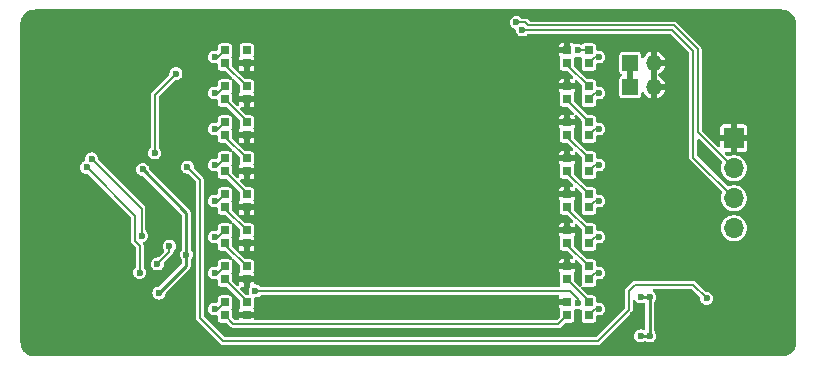
<source format=gbr>
%TF.GenerationSoftware,KiCad,Pcbnew,8.0.6*%
%TF.CreationDate,2025-01-18T09:09:30-05:00*%
%TF.ProjectId,mainboard,6d61696e-626f-4617-9264-2e6b69636164,rev?*%
%TF.SameCoordinates,Original*%
%TF.FileFunction,Copper,L2,Bot*%
%TF.FilePolarity,Positive*%
%FSLAX46Y46*%
G04 Gerber Fmt 4.6, Leading zero omitted, Abs format (unit mm)*
G04 Created by KiCad (PCBNEW 8.0.6) date 2025-01-18 09:09:30*
%MOMM*%
%LPD*%
G01*
G04 APERTURE LIST*
%TA.AperFunction,ComponentPad*%
%ADD10R,1.350000X1.350000*%
%TD*%
%TA.AperFunction,ComponentPad*%
%ADD11O,1.350000X1.350000*%
%TD*%
%TA.AperFunction,ComponentPad*%
%ADD12R,1.700000X1.700000*%
%TD*%
%TA.AperFunction,ComponentPad*%
%ADD13O,1.700000X1.700000*%
%TD*%
%TA.AperFunction,SMDPad,CuDef*%
%ADD14R,0.700000X0.700000*%
%TD*%
%TA.AperFunction,ViaPad*%
%ADD15C,0.600000*%
%TD*%
%TA.AperFunction,Conductor*%
%ADD16C,0.250000*%
%TD*%
%TA.AperFunction,Conductor*%
%ADD17C,0.150000*%
%TD*%
%TA.AperFunction,Conductor*%
%ADD18C,0.500000*%
%TD*%
%TA.AperFunction,Conductor*%
%ADD19C,0.200000*%
%TD*%
G04 APERTURE END LIST*
D10*
%TO.P,J3,1,Pin_1*%
%TO.N,+BATT*%
X204597000Y-81026000D03*
D11*
%TO.P,J3,2,Pin_2*%
%TO.N,GND*%
X206597000Y-81026000D03*
%TD*%
D12*
%TO.P,J1,1,Pin_1*%
%TO.N,GND*%
X213360000Y-87386000D03*
D13*
%TO.P,J1,2,Pin_2*%
%TO.N,SWCLK*%
X213360000Y-89926000D03*
%TO.P,J1,3,Pin_3*%
%TO.N,SWDIO*%
X213360000Y-92466000D03*
%TO.P,J1,4,Pin_4*%
%TO.N,VBUS*%
X213360000Y-95006000D03*
%TD*%
D10*
%TO.P,J2,1,Pin_1*%
%TO.N,+BATT*%
X204597000Y-83058000D03*
D11*
%TO.P,J2,2,Pin_2*%
%TO.N,GND*%
X206597000Y-83058000D03*
%TD*%
D14*
%TO.P,D32,1,DOUT*%
%TO.N,unconnected-(D32-DOUT-Pad1)*%
X172111000Y-79968000D03*
%TO.P,D32,2,VSS*%
%TO.N,GND*%
X172111000Y-81068000D03*
%TO.P,D32,3,DIN*%
%TO.N,Net-(D31-DOUT)*%
X170281000Y-81068000D03*
%TO.P,D32,4,VDD*%
%TO.N,/LEDs/LED_PWR*%
X170281000Y-79968000D03*
%TD*%
%TO.P,D21,1,DOUT*%
%TO.N,Net-(D21-DOUT)*%
X199237000Y-93260000D03*
%TO.P,D21,2,VSS*%
%TO.N,GND*%
X199237000Y-92160000D03*
%TO.P,D21,3,DIN*%
%TO.N,Net-(D20-DOUT)*%
X201067000Y-92160000D03*
%TO.P,D21,4,VDD*%
%TO.N,/LEDs/LED_PWR*%
X201067000Y-93260000D03*
%TD*%
%TO.P,D27,1,DOUT*%
%TO.N,Net-(D27-DOUT)*%
X172111000Y-95208000D03*
%TO.P,D27,2,VSS*%
%TO.N,GND*%
X172111000Y-96308000D03*
%TO.P,D27,3,DIN*%
%TO.N,Net-(D26-DOUT)*%
X170281000Y-96308000D03*
%TO.P,D27,4,VDD*%
%TO.N,/LEDs/LED_PWR*%
X170281000Y-95208000D03*
%TD*%
%TO.P,D19,1,DOUT*%
%TO.N,Net-(D19-DOUT)*%
X199237000Y-87164000D03*
%TO.P,D19,2,VSS*%
%TO.N,GND*%
X199237000Y-86064000D03*
%TO.P,D19,3,DIN*%
%TO.N,Net-(D18-DOUT)*%
X201067000Y-86064000D03*
%TO.P,D19,4,VDD*%
%TO.N,/LEDs/LED_PWR*%
X201067000Y-87164000D03*
%TD*%
%TO.P,D18,1,DOUT*%
%TO.N,Net-(D18-DOUT)*%
X199237000Y-84116000D03*
%TO.P,D18,2,VSS*%
%TO.N,GND*%
X199237000Y-83016000D03*
%TO.P,D18,3,DIN*%
%TO.N,Net-(D17-DOUT)*%
X201067000Y-83016000D03*
%TO.P,D18,4,VDD*%
%TO.N,/LEDs/LED_PWR*%
X201067000Y-84116000D03*
%TD*%
%TO.P,D17,1,DOUT*%
%TO.N,Net-(D17-DOUT)*%
X199237000Y-81068000D03*
%TO.P,D17,2,VSS*%
%TO.N,GND*%
X199237000Y-79968000D03*
%TO.P,D17,3,DIN*%
%TO.N,Net-(D16-DOUT)*%
X201067000Y-79968000D03*
%TO.P,D17,4,VDD*%
%TO.N,/LEDs/LED_PWR*%
X201067000Y-81068000D03*
%TD*%
%TO.P,D30,1,DOUT*%
%TO.N,Net-(D30-DOUT)*%
X172111000Y-86064000D03*
%TO.P,D30,2,VSS*%
%TO.N,GND*%
X172111000Y-87164000D03*
%TO.P,D30,3,DIN*%
%TO.N,Net-(D29-DOUT)*%
X170281000Y-87164000D03*
%TO.P,D30,4,VDD*%
%TO.N,/LEDs/LED_PWR*%
X170281000Y-86064000D03*
%TD*%
%TO.P,D23,1,DOUT*%
%TO.N,Net-(D23-DOUT)*%
X199237000Y-99356000D03*
%TO.P,D23,2,VSS*%
%TO.N,GND*%
X199237000Y-98256000D03*
%TO.P,D23,3,DIN*%
%TO.N,Net-(D22-DOUT)*%
X201067000Y-98256000D03*
%TO.P,D23,4,VDD*%
%TO.N,/LEDs/LED_PWR*%
X201067000Y-99356000D03*
%TD*%
%TO.P,D24,1,DOUT*%
%TO.N,Net-(D24-DOUT)*%
X199237000Y-102404000D03*
%TO.P,D24,2,VSS*%
%TO.N,GND*%
X199237000Y-101304000D03*
%TO.P,D24,3,DIN*%
%TO.N,Net-(D23-DOUT)*%
X201067000Y-101304000D03*
%TO.P,D24,4,VDD*%
%TO.N,/LEDs/LED_PWR*%
X201067000Y-102404000D03*
%TD*%
%TO.P,D31,1,DOUT*%
%TO.N,Net-(D31-DOUT)*%
X172111000Y-83016000D03*
%TO.P,D31,2,VSS*%
%TO.N,GND*%
X172111000Y-84116000D03*
%TO.P,D31,3,DIN*%
%TO.N,Net-(D30-DOUT)*%
X170281000Y-84116000D03*
%TO.P,D31,4,VDD*%
%TO.N,/LEDs/LED_PWR*%
X170281000Y-83016000D03*
%TD*%
%TO.P,D29,1,DOUT*%
%TO.N,Net-(D29-DOUT)*%
X172111000Y-89112000D03*
%TO.P,D29,2,VSS*%
%TO.N,GND*%
X172111000Y-90212000D03*
%TO.P,D29,3,DIN*%
%TO.N,Net-(D28-DOUT)*%
X170281000Y-90212000D03*
%TO.P,D29,4,VDD*%
%TO.N,/LEDs/LED_PWR*%
X170281000Y-89112000D03*
%TD*%
%TO.P,D25,1,DOUT*%
%TO.N,Net-(D25-DOUT)*%
X172111000Y-101304000D03*
%TO.P,D25,2,VSS*%
%TO.N,GND*%
X172111000Y-102404000D03*
%TO.P,D25,3,DIN*%
%TO.N,Net-(D24-DOUT)*%
X170281000Y-102404000D03*
%TO.P,D25,4,VDD*%
%TO.N,/LEDs/LED_PWR*%
X170281000Y-101304000D03*
%TD*%
%TO.P,D28,1,DOUT*%
%TO.N,Net-(D28-DOUT)*%
X172111000Y-92160000D03*
%TO.P,D28,2,VSS*%
%TO.N,GND*%
X172111000Y-93260000D03*
%TO.P,D28,3,DIN*%
%TO.N,Net-(D27-DOUT)*%
X170281000Y-93260000D03*
%TO.P,D28,4,VDD*%
%TO.N,/LEDs/LED_PWR*%
X170281000Y-92160000D03*
%TD*%
%TO.P,D26,1,DOUT*%
%TO.N,Net-(D26-DOUT)*%
X172111000Y-98256000D03*
%TO.P,D26,2,VSS*%
%TO.N,GND*%
X172111000Y-99356000D03*
%TO.P,D26,3,DIN*%
%TO.N,Net-(D25-DOUT)*%
X170281000Y-99356000D03*
%TO.P,D26,4,VDD*%
%TO.N,/LEDs/LED_PWR*%
X170281000Y-98256000D03*
%TD*%
%TO.P,D20,1,DOUT*%
%TO.N,Net-(D20-DOUT)*%
X199237000Y-90212000D03*
%TO.P,D20,2,VSS*%
%TO.N,GND*%
X199237000Y-89112000D03*
%TO.P,D20,3,DIN*%
%TO.N,Net-(D19-DOUT)*%
X201067000Y-89112000D03*
%TO.P,D20,4,VDD*%
%TO.N,/LEDs/LED_PWR*%
X201067000Y-90212000D03*
%TD*%
%TO.P,D22,1,DOUT*%
%TO.N,Net-(D22-DOUT)*%
X199237000Y-96308000D03*
%TO.P,D22,2,VSS*%
%TO.N,GND*%
X199237000Y-95208000D03*
%TO.P,D22,3,DIN*%
%TO.N,Net-(D21-DOUT)*%
X201067000Y-95208000D03*
%TO.P,D22,4,VDD*%
%TO.N,/LEDs/LED_PWR*%
X201067000Y-96308000D03*
%TD*%
D15*
%TO.N,VCC*%
X206248000Y-104140000D03*
X205486000Y-104140000D03*
X205486000Y-100838000D03*
X206248000Y-100838000D03*
%TO.N,SWDIO*%
X195453000Y-78232000D03*
%TO.N,SWCLK*%
X194945000Y-77597000D03*
%TO.N,GND*%
X181889400Y-77216000D03*
X175310800Y-77190600D03*
X202666600Y-98018600D03*
X159918400Y-97739200D03*
X179120800Y-79883000D03*
X211226400Y-101752400D03*
X167995600Y-78892400D03*
X173355000Y-89662000D03*
X161772600Y-77190600D03*
X163982400Y-94208600D03*
X161569400Y-90601800D03*
X173355000Y-83566000D03*
X193929000Y-77139800D03*
X173355000Y-101854000D03*
X211175600Y-82092800D03*
X156108400Y-92430600D03*
X197840600Y-79933800D03*
X211023200Y-91643200D03*
X207822800Y-79019400D03*
X168579800Y-81584800D03*
X161696400Y-95656400D03*
X163271200Y-78867000D03*
X159156400Y-77978000D03*
X158191200Y-80594200D03*
X215061800Y-98069400D03*
X155981400Y-89585800D03*
X160197800Y-79629000D03*
X197866000Y-95758000D03*
X164719000Y-103378000D03*
X165862000Y-104927400D03*
X197866000Y-101854000D03*
X162280600Y-98221800D03*
X165785800Y-100533200D03*
X188087000Y-77165200D03*
X167233600Y-101346000D03*
X165354000Y-93599000D03*
X210185000Y-78562200D03*
X167513000Y-88290400D03*
X172034200Y-77190600D03*
X204851000Y-102387400D03*
X167055800Y-77190600D03*
X209169000Y-85013800D03*
X207822800Y-101828600D03*
X197866000Y-89662000D03*
X158724600Y-91033600D03*
X202971400Y-99872800D03*
X166243000Y-83058000D03*
X215392000Y-104775000D03*
X158851600Y-88011000D03*
X185420000Y-79857600D03*
X165658800Y-84886800D03*
X191185800Y-79857600D03*
X173355000Y-95758000D03*
X164515800Y-101498400D03*
X163245800Y-91363800D03*
X158775400Y-94234000D03*
X210896200Y-88671400D03*
X173380400Y-80010000D03*
X197866000Y-83566000D03*
X162331400Y-96901000D03*
%TO.N,+3V0*%
X167005000Y-97256600D03*
X164693600Y-100507800D03*
X163322000Y-90043000D03*
%TO.N,SCL*%
X159004000Y-89154000D03*
X163220400Y-95658400D03*
%TO.N,SDA*%
X163068000Y-98780600D03*
X158572200Y-89865200D03*
%TO.N,/WKUP4*%
X164338000Y-88646000D03*
X166128700Y-81927700D03*
%TO.N,BMS_Stat*%
X211074000Y-100965000D03*
X167087400Y-89846000D03*
%TO.N,Net-(U3-~{CS})*%
X165582600Y-96520000D03*
X164566600Y-98044000D03*
%TO.N,/LEDs/LED_PWR*%
X172847000Y-100330000D03*
X201930000Y-98806000D03*
X169418000Y-101854000D03*
X201930000Y-83566000D03*
X169418000Y-92710000D03*
X169418000Y-95758000D03*
X169418000Y-80518000D03*
X169418000Y-86614000D03*
X201930000Y-80518000D03*
X201930000Y-86614000D03*
X201930000Y-95758000D03*
X169418000Y-89662000D03*
X201930000Y-92710000D03*
X200152000Y-101346000D03*
X201930000Y-89662000D03*
X201930000Y-101854000D03*
X169418000Y-83566000D03*
X169418000Y-98806000D03*
%TO.N,Net-(D16-DOUT)*%
X200152000Y-79968000D03*
%TD*%
D16*
%TO.N,VCC*%
X206248000Y-104140000D02*
X206248000Y-100838000D01*
X206248000Y-100838000D02*
X205486000Y-100838000D01*
X206248000Y-104140000D02*
X205486000Y-104140000D01*
D17*
%TO.N,SWDIO*%
X195453000Y-78232000D02*
X208153000Y-78232000D01*
X208153000Y-78232000D02*
X209931000Y-80010000D01*
X209931000Y-80010000D02*
X209931000Y-89037000D01*
X209931000Y-89037000D02*
X213360000Y-92466000D01*
%TO.N,SWCLK*%
X210312000Y-86878000D02*
X210312000Y-79883000D01*
X195707000Y-77597000D02*
X194945000Y-77597000D01*
X213360000Y-89926000D02*
X210312000Y-86878000D01*
X210312000Y-79883000D02*
X208280000Y-77851000D01*
X208280000Y-77851000D02*
X195961000Y-77851000D01*
X195961000Y-77851000D02*
X195707000Y-77597000D01*
D16*
%TO.N,+3V0*%
X167005000Y-93726000D02*
X163322000Y-90043000D01*
X167005000Y-98196400D02*
X167005000Y-97256600D01*
X167005000Y-93726000D02*
X167005000Y-97256600D01*
X164693600Y-100507800D02*
X167005000Y-98196400D01*
D17*
%TO.N,SCL*%
X163220400Y-95658400D02*
X163220400Y-93370400D01*
X163220400Y-93370400D02*
X159004000Y-89154000D01*
%TO.N,SDA*%
X163068000Y-96494600D02*
X163068000Y-98780600D01*
X162687000Y-93980000D02*
X162687000Y-96113600D01*
X162687000Y-96113600D02*
X163068000Y-96494600D01*
X158572200Y-89865200D02*
X162687000Y-93980000D01*
%TO.N,/WKUP4*%
X164338000Y-83718400D02*
X164338000Y-88646000D01*
X166128700Y-81927700D02*
X164338000Y-83718400D01*
%TO.N,BMS_Stat*%
X170129200Y-104571800D02*
X201828400Y-104571800D01*
X209931000Y-99822000D02*
X211074000Y-100965000D01*
X168148000Y-102590600D02*
X170129200Y-104571800D01*
X168148000Y-90906600D02*
X168148000Y-102590600D01*
X204470000Y-101930200D02*
X204470000Y-100330000D01*
X204470000Y-100330000D02*
X204978000Y-99822000D01*
X167087400Y-89846000D02*
X168148000Y-90906600D01*
X204978000Y-99822000D02*
X209931000Y-99822000D01*
X201828400Y-104571800D02*
X204470000Y-101930200D01*
%TO.N,Net-(U3-~{CS})*%
X165582600Y-97028000D02*
X165582600Y-96520000D01*
X164566600Y-98044000D02*
X165582600Y-97028000D01*
D18*
%TO.N,+BATT*%
X204597000Y-81026000D02*
X204597000Y-83058000D01*
D19*
%TO.N,/LEDs/LED_PWR*%
X169731000Y-80518000D02*
X170281000Y-79968000D01*
X169731000Y-98806000D02*
X170281000Y-98256000D01*
D17*
X201617000Y-86614000D02*
X201067000Y-87164000D01*
D19*
X169731000Y-89662000D02*
X170281000Y-89112000D01*
X201930000Y-101854000D02*
X201617000Y-101854000D01*
X169418000Y-101854000D02*
X169731000Y-101854000D01*
D17*
X201930000Y-89662000D02*
X201617000Y-89662000D01*
D19*
X169731000Y-83566000D02*
X170281000Y-83016000D01*
D17*
X201930000Y-86614000D02*
X201617000Y-86614000D01*
X201617000Y-95758000D02*
X201067000Y-96308000D01*
X201930000Y-92710000D02*
X201617000Y-92710000D01*
X201930000Y-83566000D02*
X201617000Y-83566000D01*
D19*
X200152000Y-101346000D02*
X200152000Y-101019000D01*
X169731000Y-95758000D02*
X170281000Y-95208000D01*
D17*
X201617000Y-83566000D02*
X201067000Y-84116000D01*
X201617000Y-89662000D02*
X201067000Y-90212000D01*
D19*
X169731000Y-101854000D02*
X170281000Y-101304000D01*
X169418000Y-86614000D02*
X169731000Y-86614000D01*
D17*
X201930000Y-95758000D02*
X201617000Y-95758000D01*
X201930000Y-80518000D02*
X201617000Y-80518000D01*
D19*
X201617000Y-101854000D02*
X201067000Y-102404000D01*
X169418000Y-83566000D02*
X169731000Y-83566000D01*
X169418000Y-80518000D02*
X169731000Y-80518000D01*
X169731000Y-86614000D02*
X170281000Y-86064000D01*
D17*
X201617000Y-80518000D02*
X201067000Y-81068000D01*
X201617000Y-92710000D02*
X201067000Y-93260000D01*
D19*
X169418000Y-89662000D02*
X169731000Y-89662000D01*
D17*
X201617000Y-98806000D02*
X201067000Y-99356000D01*
D19*
X169418000Y-92710000D02*
X169731000Y-92710000D01*
X169731000Y-92710000D02*
X170281000Y-92160000D01*
X169418000Y-95758000D02*
X169731000Y-95758000D01*
X200152000Y-101019000D02*
X199463000Y-100330000D01*
X169418000Y-98806000D02*
X169731000Y-98806000D01*
X199463000Y-100330000D02*
X172847000Y-100330000D01*
D17*
X201930000Y-98806000D02*
X201617000Y-98806000D01*
%TO.N,Net-(D16-DOUT)*%
X200152000Y-79968000D02*
X201067000Y-79968000D01*
%TO.N,Net-(D17-DOUT)*%
X199237000Y-81068000D02*
X199237000Y-81186000D01*
X199237000Y-81186000D02*
X201067000Y-83016000D01*
%TO.N,Net-(D18-DOUT)*%
X199237000Y-84175000D02*
X201067000Y-86005000D01*
X201067000Y-86005000D02*
X201067000Y-86064000D01*
X199237000Y-84116000D02*
X199237000Y-84175000D01*
%TO.N,Net-(D19-DOUT)*%
X199237000Y-87282000D02*
X201067000Y-89112000D01*
X199237000Y-87164000D02*
X199237000Y-87282000D01*
%TO.N,Net-(D20-DOUT)*%
X199237000Y-90330000D02*
X201067000Y-92160000D01*
X199237000Y-90212000D02*
X199237000Y-90330000D01*
%TO.N,Net-(D21-DOUT)*%
X199237000Y-93378000D02*
X201067000Y-95208000D01*
X199237000Y-93260000D02*
X199237000Y-93378000D01*
%TO.N,Net-(D22-DOUT)*%
X199237000Y-96426000D02*
X201067000Y-98256000D01*
X199237000Y-96308000D02*
X199237000Y-96426000D01*
%TO.N,Net-(D23-DOUT)*%
X199237000Y-99356000D02*
X201067000Y-101186000D01*
X201067000Y-101186000D02*
X201067000Y-101304000D01*
%TO.N,Net-(D24-DOUT)*%
X198517000Y-103124000D02*
X199237000Y-102404000D01*
X171001000Y-103124000D02*
X198517000Y-103124000D01*
X170281000Y-102404000D02*
X171001000Y-103124000D01*
%TO.N,Net-(D25-DOUT)*%
X172111000Y-101186000D02*
X170281000Y-99356000D01*
X172111000Y-101304000D02*
X172111000Y-101186000D01*
%TO.N,Net-(D26-DOUT)*%
X170281000Y-96308000D02*
X170281000Y-96426000D01*
X170281000Y-96426000D02*
X172111000Y-98256000D01*
%TO.N,Net-(D27-DOUT)*%
X170281000Y-93378000D02*
X172111000Y-95208000D01*
X170281000Y-93260000D02*
X170281000Y-93378000D01*
%TO.N,Net-(D28-DOUT)*%
X170281000Y-90212000D02*
X172111000Y-92042000D01*
X172111000Y-92042000D02*
X172111000Y-92160000D01*
%TO.N,Net-(D29-DOUT)*%
X170281000Y-87282000D02*
X172111000Y-89112000D01*
X170281000Y-87164000D02*
X170281000Y-87282000D01*
%TO.N,Net-(D30-DOUT)*%
X170281000Y-84116000D02*
X172111000Y-85946000D01*
X172111000Y-85946000D02*
X172111000Y-86064000D01*
%TO.N,Net-(D31-DOUT)*%
X170281000Y-81068000D02*
X170281000Y-81186000D01*
X170281000Y-81186000D02*
X172111000Y-83016000D01*
%TD*%
%TA.AperFunction,Conductor*%
%TO.N,GND*%
G36*
X206847000Y-81989930D02*
G01*
X206853208Y-81998147D01*
X206858504Y-82067816D01*
X206847000Y-82089109D01*
X206847000Y-82742314D01*
X206842606Y-82737920D01*
X206751394Y-82685259D01*
X206649661Y-82658000D01*
X206544339Y-82658000D01*
X206442606Y-82685259D01*
X206351394Y-82737920D01*
X206347000Y-82742314D01*
X206347000Y-82094070D01*
X206340792Y-82085855D01*
X206335494Y-82016186D01*
X206347000Y-81994887D01*
X206347000Y-81341686D01*
X206351394Y-81346080D01*
X206442606Y-81398741D01*
X206544339Y-81426000D01*
X206649661Y-81426000D01*
X206751394Y-81398741D01*
X206842606Y-81346080D01*
X206847000Y-81341686D01*
X206847000Y-81989930D01*
G37*
%TD.AperFunction*%
%TA.AperFunction,Conductor*%
G36*
X217428853Y-76500882D02*
G01*
X217459692Y-76503308D01*
X217605673Y-76514797D01*
X217624883Y-76517840D01*
X217792599Y-76558105D01*
X217811087Y-76564112D01*
X217970445Y-76630121D01*
X217987777Y-76638952D01*
X218134839Y-76729072D01*
X218150569Y-76740500D01*
X218281736Y-76852527D01*
X218295472Y-76866263D01*
X218407497Y-76997428D01*
X218418930Y-77013164D01*
X218509046Y-77160221D01*
X218517879Y-77177556D01*
X218583732Y-77336537D01*
X218583883Y-77336900D01*
X218589896Y-77355407D01*
X218630158Y-77523111D01*
X218633202Y-77542329D01*
X218647118Y-77719146D01*
X218647500Y-77728875D01*
X218647500Y-104643124D01*
X218647118Y-104652853D01*
X218633202Y-104829670D01*
X218630158Y-104848888D01*
X218589896Y-105016592D01*
X218583883Y-105035099D01*
X218517879Y-105194443D01*
X218509046Y-105211778D01*
X218418930Y-105358835D01*
X218407492Y-105374577D01*
X218295477Y-105505730D01*
X218281730Y-105519477D01*
X218154246Y-105628358D01*
X218150577Y-105631493D01*
X218134835Y-105642930D01*
X217987778Y-105733046D01*
X217970443Y-105741879D01*
X217811099Y-105807883D01*
X217792592Y-105813896D01*
X217624888Y-105854158D01*
X217605670Y-105857202D01*
X217428854Y-105871118D01*
X217419125Y-105871500D01*
X154182875Y-105871500D01*
X154173146Y-105871118D01*
X153996329Y-105857202D01*
X153977111Y-105854158D01*
X153809407Y-105813896D01*
X153790904Y-105807884D01*
X153703901Y-105771846D01*
X153631556Y-105741879D01*
X153614221Y-105733046D01*
X153467164Y-105642930D01*
X153451428Y-105631497D01*
X153320263Y-105519472D01*
X153306527Y-105505736D01*
X153194500Y-105374569D01*
X153183072Y-105358839D01*
X153092952Y-105211777D01*
X153084120Y-105194443D01*
X153018112Y-105035087D01*
X153012105Y-105016599D01*
X152971840Y-104848883D01*
X152968797Y-104829669D01*
X152954882Y-104652852D01*
X152954500Y-104643124D01*
X152954500Y-89865200D01*
X158016950Y-89865200D01*
X158024954Y-89925999D01*
X158035870Y-90008908D01*
X158035871Y-90008912D01*
X158091337Y-90142822D01*
X158091338Y-90142824D01*
X158091339Y-90142825D01*
X158179579Y-90257821D01*
X158294575Y-90346061D01*
X158428491Y-90401530D01*
X158572200Y-90420450D01*
X158595452Y-90417388D01*
X158664484Y-90428152D01*
X158699319Y-90452646D01*
X162325181Y-94078508D01*
X162358666Y-94139831D01*
X162361500Y-94166189D01*
X162361500Y-96156452D01*
X162383682Y-96239240D01*
X162387080Y-96245125D01*
X162426535Y-96313462D01*
X162426537Y-96313464D01*
X162706181Y-96593108D01*
X162739666Y-96654431D01*
X162742500Y-96680789D01*
X162742500Y-98275325D01*
X162722815Y-98342364D01*
X162693989Y-98373699D01*
X162675380Y-98387978D01*
X162587137Y-98502977D01*
X162531671Y-98636887D01*
X162531670Y-98636891D01*
X162512750Y-98780599D01*
X162512750Y-98780600D01*
X162531670Y-98924308D01*
X162531671Y-98924312D01*
X162587137Y-99058222D01*
X162587138Y-99058224D01*
X162587139Y-99058225D01*
X162675379Y-99173221D01*
X162790375Y-99261461D01*
X162924291Y-99316930D01*
X163051280Y-99333648D01*
X163067999Y-99335850D01*
X163068000Y-99335850D01*
X163068001Y-99335850D01*
X163082977Y-99333878D01*
X163211709Y-99316930D01*
X163345625Y-99261461D01*
X163460621Y-99173221D01*
X163548861Y-99058225D01*
X163604330Y-98924309D01*
X163623250Y-98780600D01*
X163622970Y-98778477D01*
X163619945Y-98755500D01*
X163604330Y-98636891D01*
X163548861Y-98502975D01*
X163460621Y-98387979D01*
X163442010Y-98373698D01*
X163400810Y-98317270D01*
X163393500Y-98275325D01*
X163393500Y-98043999D01*
X164011350Y-98043999D01*
X164011350Y-98044000D01*
X164030270Y-98187708D01*
X164030271Y-98187712D01*
X164085737Y-98321622D01*
X164085738Y-98321624D01*
X164085739Y-98321625D01*
X164173979Y-98436621D01*
X164288975Y-98524861D01*
X164288976Y-98524861D01*
X164288977Y-98524862D01*
X164333613Y-98543350D01*
X164422891Y-98580330D01*
X164549880Y-98597048D01*
X164566599Y-98599250D01*
X164566600Y-98599250D01*
X164566601Y-98599250D01*
X164581577Y-98597278D01*
X164710309Y-98580330D01*
X164844225Y-98524861D01*
X164959221Y-98436621D01*
X165047461Y-98321625D01*
X165102930Y-98187709D01*
X165121850Y-98044000D01*
X165118788Y-98020746D01*
X165129552Y-97951712D01*
X165154043Y-97916882D01*
X165843065Y-97227862D01*
X165885918Y-97153639D01*
X165908100Y-97070853D01*
X165908100Y-97025274D01*
X165927785Y-96958235D01*
X165956612Y-96926900D01*
X165975221Y-96912621D01*
X166063461Y-96797625D01*
X166118930Y-96663709D01*
X166137850Y-96520000D01*
X166118930Y-96376291D01*
X166063461Y-96242375D01*
X165975221Y-96127379D01*
X165860225Y-96039139D01*
X165860224Y-96039138D01*
X165860222Y-96039137D01*
X165726312Y-95983671D01*
X165726310Y-95983670D01*
X165726309Y-95983670D01*
X165654454Y-95974210D01*
X165582601Y-95964750D01*
X165582599Y-95964750D01*
X165438891Y-95983670D01*
X165438887Y-95983671D01*
X165304977Y-96039137D01*
X165189979Y-96127379D01*
X165101737Y-96242377D01*
X165046271Y-96376287D01*
X165046270Y-96376291D01*
X165027350Y-96520000D01*
X165038210Y-96602492D01*
X165046270Y-96663708D01*
X165046271Y-96663712D01*
X165101737Y-96797622D01*
X165101738Y-96797624D01*
X165101739Y-96797625D01*
X165144477Y-96853322D01*
X165169671Y-96918490D01*
X165155633Y-96986935D01*
X165133782Y-97016489D01*
X164693718Y-97456553D01*
X164632395Y-97490038D01*
X164589852Y-97491811D01*
X164566601Y-97488750D01*
X164566599Y-97488750D01*
X164422891Y-97507670D01*
X164422887Y-97507671D01*
X164288977Y-97563137D01*
X164173979Y-97651379D01*
X164085737Y-97766377D01*
X164030271Y-97900287D01*
X164030270Y-97900291D01*
X164011350Y-98043999D01*
X163393500Y-98043999D01*
X163393500Y-96451749D01*
X163393500Y-96451747D01*
X163371318Y-96368962D01*
X163362848Y-96354291D01*
X163359445Y-96348396D01*
X163342972Y-96280496D01*
X163365825Y-96214469D01*
X163419378Y-96171836D01*
X163498025Y-96139261D01*
X163613021Y-96051021D01*
X163701261Y-95936025D01*
X163756730Y-95802109D01*
X163775650Y-95658400D01*
X163775299Y-95655737D01*
X163768329Y-95602794D01*
X163756730Y-95514691D01*
X163711399Y-95405250D01*
X163701262Y-95380777D01*
X163701261Y-95380776D01*
X163701261Y-95380775D01*
X163613021Y-95265779D01*
X163594410Y-95251498D01*
X163553210Y-95195070D01*
X163545900Y-95153125D01*
X163545900Y-93327549D01*
X163545900Y-93327547D01*
X163523718Y-93244762D01*
X163523718Y-93244761D01*
X163480865Y-93170538D01*
X160353327Y-90043000D01*
X162766750Y-90043000D01*
X162779892Y-90142825D01*
X162785670Y-90186708D01*
X162785671Y-90186712D01*
X162841137Y-90320622D01*
X162841138Y-90320624D01*
X162841139Y-90320625D01*
X162929379Y-90435621D01*
X163044375Y-90523861D01*
X163178291Y-90579330D01*
X163308153Y-90596427D01*
X163372048Y-90624692D01*
X163379647Y-90631684D01*
X166593181Y-93845218D01*
X166626666Y-93906541D01*
X166629500Y-93932899D01*
X166629500Y-96799574D01*
X166609815Y-96866613D01*
X166603882Y-96875052D01*
X166570551Y-96918490D01*
X166524137Y-96978977D01*
X166468671Y-97112887D01*
X166468670Y-97112891D01*
X166449750Y-97256599D01*
X166449750Y-97256600D01*
X166468670Y-97400308D01*
X166468671Y-97400312D01*
X166524137Y-97534222D01*
X166524138Y-97534224D01*
X166524139Y-97534225D01*
X166603876Y-97638140D01*
X166629070Y-97703309D01*
X166629500Y-97713626D01*
X166629500Y-97989500D01*
X166609815Y-98056539D01*
X166593181Y-98077181D01*
X164751247Y-99919114D01*
X164689924Y-99952599D01*
X164679753Y-99954372D01*
X164549891Y-99971470D01*
X164549887Y-99971471D01*
X164415977Y-100026937D01*
X164300979Y-100115179D01*
X164212737Y-100230177D01*
X164157271Y-100364087D01*
X164157270Y-100364091D01*
X164138350Y-100507800D01*
X164151492Y-100607625D01*
X164157270Y-100651508D01*
X164157271Y-100651512D01*
X164212737Y-100785422D01*
X164212738Y-100785424D01*
X164212739Y-100785425D01*
X164300979Y-100900421D01*
X164415975Y-100988661D01*
X164549891Y-101044130D01*
X164676880Y-101060848D01*
X164693599Y-101063050D01*
X164693600Y-101063050D01*
X164693601Y-101063050D01*
X164708577Y-101061078D01*
X164837309Y-101044130D01*
X164971225Y-100988661D01*
X165086221Y-100900421D01*
X165174461Y-100785425D01*
X165229930Y-100651509D01*
X165247027Y-100521644D01*
X165275294Y-100457749D01*
X165282273Y-100450162D01*
X167305474Y-98426963D01*
X167305475Y-98426962D01*
X167354910Y-98341338D01*
X167367705Y-98293586D01*
X167380500Y-98245836D01*
X167380500Y-98146964D01*
X167380500Y-97713626D01*
X167400185Y-97646587D01*
X167406117Y-97638147D01*
X167485861Y-97534225D01*
X167541330Y-97400309D01*
X167560250Y-97256600D01*
X167541330Y-97112891D01*
X167489158Y-96986935D01*
X167485862Y-96978977D01*
X167485861Y-96978976D01*
X167485861Y-96978975D01*
X167406123Y-96875059D01*
X167380930Y-96809891D01*
X167380500Y-96799574D01*
X167380500Y-93676565D01*
X167374588Y-93654500D01*
X167354911Y-93581063D01*
X167305475Y-93495438D01*
X163910684Y-90100647D01*
X163877199Y-90039324D01*
X163875428Y-90029167D01*
X163858330Y-89899291D01*
X163836256Y-89846000D01*
X166532150Y-89846000D01*
X166539165Y-89899287D01*
X166551070Y-89989708D01*
X166551071Y-89989712D01*
X166606537Y-90123622D01*
X166606538Y-90123624D01*
X166606539Y-90123625D01*
X166694779Y-90238621D01*
X166809775Y-90326861D01*
X166809776Y-90326861D01*
X166809777Y-90326862D01*
X166854413Y-90345350D01*
X166943691Y-90382330D01*
X167087400Y-90401250D01*
X167110652Y-90398188D01*
X167179684Y-90408952D01*
X167214519Y-90433446D01*
X167786181Y-91005108D01*
X167819666Y-91066431D01*
X167822500Y-91092789D01*
X167822500Y-102547747D01*
X167822500Y-102633453D01*
X167833498Y-102674500D01*
X167844682Y-102716240D01*
X167859289Y-102741539D01*
X167887535Y-102790462D01*
X169929338Y-104832265D01*
X170003561Y-104875118D01*
X170086347Y-104897300D01*
X170086349Y-104897300D01*
X201871251Y-104897300D01*
X201871253Y-104897300D01*
X201954039Y-104875118D01*
X202028262Y-104832265D01*
X204659652Y-102200872D01*
X204659657Y-102200869D01*
X204669860Y-102190665D01*
X204669862Y-102190665D01*
X204730465Y-102130062D01*
X204773318Y-102055838D01*
X204780422Y-102029326D01*
X204780424Y-102029321D01*
X204788894Y-101997708D01*
X204795501Y-101973052D01*
X204795501Y-101887347D01*
X204795501Y-101879752D01*
X204795500Y-101879734D01*
X204795500Y-101207710D01*
X204815185Y-101140671D01*
X204867989Y-101094916D01*
X204937147Y-101084972D01*
X205000703Y-101113997D01*
X205017871Y-101132218D01*
X205093379Y-101230621D01*
X205208375Y-101318861D01*
X205342291Y-101374330D01*
X205469280Y-101391048D01*
X205485999Y-101393250D01*
X205486000Y-101393250D01*
X205486001Y-101393250D01*
X205500977Y-101391278D01*
X205629709Y-101374330D01*
X205701048Y-101344781D01*
X205770517Y-101337312D01*
X205832996Y-101368588D01*
X205868648Y-101428677D01*
X205872500Y-101459342D01*
X205872500Y-103518657D01*
X205852815Y-103585696D01*
X205800011Y-103631451D01*
X205730853Y-103641395D01*
X205701049Y-103633219D01*
X205660137Y-103616273D01*
X205629709Y-103603670D01*
X205557854Y-103594210D01*
X205486001Y-103584750D01*
X205485999Y-103584750D01*
X205342291Y-103603670D01*
X205342287Y-103603671D01*
X205208377Y-103659137D01*
X205093379Y-103747379D01*
X205005137Y-103862377D01*
X204949671Y-103996287D01*
X204949670Y-103996291D01*
X204930750Y-104139999D01*
X204930750Y-104140000D01*
X204949670Y-104283708D01*
X204949671Y-104283712D01*
X205005137Y-104417622D01*
X205005138Y-104417624D01*
X205005139Y-104417625D01*
X205093379Y-104532621D01*
X205208375Y-104620861D01*
X205342291Y-104676330D01*
X205469280Y-104693048D01*
X205485999Y-104695250D01*
X205486000Y-104695250D01*
X205486001Y-104695250D01*
X205500977Y-104693278D01*
X205629709Y-104676330D01*
X205763625Y-104620861D01*
X205791514Y-104599460D01*
X205856683Y-104574267D01*
X205925127Y-104588305D01*
X205942481Y-104599457D01*
X205970375Y-104620861D01*
X206104291Y-104676330D01*
X206231280Y-104693048D01*
X206247999Y-104695250D01*
X206248000Y-104695250D01*
X206248001Y-104695250D01*
X206262977Y-104693278D01*
X206391709Y-104676330D01*
X206525625Y-104620861D01*
X206640621Y-104532621D01*
X206728861Y-104417625D01*
X206784330Y-104283709D01*
X206803250Y-104140000D01*
X206784330Y-103996291D01*
X206728861Y-103862375D01*
X206649123Y-103758459D01*
X206623930Y-103693291D01*
X206623500Y-103682974D01*
X206623500Y-101295026D01*
X206643185Y-101227987D01*
X206649117Y-101219547D01*
X206728861Y-101115625D01*
X206784330Y-100981709D01*
X206803250Y-100838000D01*
X206784330Y-100694291D01*
X206728861Y-100560375D01*
X206640621Y-100445379D01*
X206542221Y-100369874D01*
X206501021Y-100313448D01*
X206496866Y-100243701D01*
X206531079Y-100182781D01*
X206592796Y-100150029D01*
X206617710Y-100147500D01*
X209744811Y-100147500D01*
X209811850Y-100167185D01*
X209832492Y-100183819D01*
X210486553Y-100837880D01*
X210520038Y-100899203D01*
X210521811Y-100941745D01*
X210518750Y-100964997D01*
X210518750Y-100965000D01*
X210537670Y-101108708D01*
X210537671Y-101108712D01*
X210593137Y-101242622D01*
X210593138Y-101242624D01*
X210593139Y-101242625D01*
X210681379Y-101357621D01*
X210796375Y-101445861D01*
X210930291Y-101501330D01*
X211057280Y-101518048D01*
X211073999Y-101520250D01*
X211074000Y-101520250D01*
X211074001Y-101520250D01*
X211088977Y-101518278D01*
X211217709Y-101501330D01*
X211351625Y-101445861D01*
X211466621Y-101357621D01*
X211554861Y-101242625D01*
X211610330Y-101108709D01*
X211629250Y-100965000D01*
X211610330Y-100821291D01*
X211567559Y-100718032D01*
X211554862Y-100687377D01*
X211554861Y-100687376D01*
X211554861Y-100687375D01*
X211466621Y-100572379D01*
X211351625Y-100484139D01*
X211351624Y-100484138D01*
X211351622Y-100484137D01*
X211217712Y-100428671D01*
X211217710Y-100428670D01*
X211217709Y-100428670D01*
X211145854Y-100419210D01*
X211074001Y-100409750D01*
X211073997Y-100409750D01*
X211050745Y-100412811D01*
X210981710Y-100402045D01*
X210946880Y-100377553D01*
X210130864Y-99561537D01*
X210130862Y-99561535D01*
X210093750Y-99540108D01*
X210056640Y-99518682D01*
X210015246Y-99507591D01*
X209973853Y-99496500D01*
X204935147Y-99496500D01*
X204852362Y-99518682D01*
X204852359Y-99518683D01*
X204787964Y-99555862D01*
X204787962Y-99555863D01*
X204778141Y-99561532D01*
X204778136Y-99561536D01*
X204209537Y-100130135D01*
X204209535Y-100130138D01*
X204166682Y-100204360D01*
X204166682Y-100204361D01*
X204159765Y-100230175D01*
X204159765Y-100230176D01*
X204159764Y-100230175D01*
X204144500Y-100287143D01*
X204144500Y-101744011D01*
X204124815Y-101811050D01*
X204108181Y-101831692D01*
X201729892Y-104209981D01*
X201668569Y-104243466D01*
X201642211Y-104246300D01*
X170315389Y-104246300D01*
X170248350Y-104226615D01*
X170227708Y-104209981D01*
X168509819Y-102492092D01*
X168476334Y-102430769D01*
X168473500Y-102404411D01*
X168473500Y-92710000D01*
X168862750Y-92710000D01*
X168879881Y-92840124D01*
X168881670Y-92853708D01*
X168881671Y-92853712D01*
X168937137Y-92987622D01*
X168937138Y-92987624D01*
X168937139Y-92987625D01*
X169025379Y-93102621D01*
X169140375Y-93190861D01*
X169274291Y-93246330D01*
X169401280Y-93263048D01*
X169417999Y-93265250D01*
X169418000Y-93265250D01*
X169418001Y-93265250D01*
X169436112Y-93262865D01*
X169540316Y-93249146D01*
X169609349Y-93259911D01*
X169661605Y-93306291D01*
X169680500Y-93372085D01*
X169680500Y-93634678D01*
X169695032Y-93707735D01*
X169695033Y-93707739D01*
X169695034Y-93707740D01*
X169750399Y-93790601D01*
X169832141Y-93845218D01*
X169833260Y-93845966D01*
X169833264Y-93845967D01*
X169906321Y-93860499D01*
X169906324Y-93860500D01*
X169906326Y-93860500D01*
X170251811Y-93860500D01*
X170318850Y-93880185D01*
X170339492Y-93896819D01*
X170861468Y-94418795D01*
X170894953Y-94480118D01*
X170889969Y-94549810D01*
X170848097Y-94605743D01*
X170782633Y-94630160D01*
X170740920Y-94623400D01*
X170740719Y-94624416D01*
X170655677Y-94607500D01*
X170655674Y-94607500D01*
X169906326Y-94607500D01*
X169906323Y-94607500D01*
X169833264Y-94622032D01*
X169833260Y-94622033D01*
X169750399Y-94677399D01*
X169695033Y-94760260D01*
X169695032Y-94760264D01*
X169680500Y-94833321D01*
X169680500Y-95095914D01*
X169660815Y-95162953D01*
X169608011Y-95208708D01*
X169540315Y-95218853D01*
X169418002Y-95202750D01*
X169417999Y-95202750D01*
X169274291Y-95221670D01*
X169274287Y-95221671D01*
X169140377Y-95277137D01*
X169025379Y-95365379D01*
X168937137Y-95480377D01*
X168881671Y-95614287D01*
X168881670Y-95614291D01*
X168866374Y-95730477D01*
X168862750Y-95758000D01*
X168879881Y-95888124D01*
X168881670Y-95901708D01*
X168881671Y-95901712D01*
X168937137Y-96035622D01*
X168937138Y-96035624D01*
X168937139Y-96035625D01*
X169025379Y-96150621D01*
X169140375Y-96238861D01*
X169140376Y-96238861D01*
X169140377Y-96238862D01*
X169155498Y-96245125D01*
X169274291Y-96294330D01*
X169401280Y-96311048D01*
X169417999Y-96313250D01*
X169418000Y-96313250D01*
X169418001Y-96313250D01*
X169436112Y-96310865D01*
X169540316Y-96297146D01*
X169609349Y-96307911D01*
X169661605Y-96354291D01*
X169680500Y-96420085D01*
X169680500Y-96682678D01*
X169695032Y-96755735D01*
X169695033Y-96755739D01*
X169695034Y-96755740D01*
X169750399Y-96838601D01*
X169833260Y-96893966D01*
X169833264Y-96893967D01*
X169906321Y-96908499D01*
X169906324Y-96908500D01*
X169906326Y-96908500D01*
X170251811Y-96908500D01*
X170318850Y-96928185D01*
X170339492Y-96944819D01*
X170861468Y-97466795D01*
X170894953Y-97528118D01*
X170889969Y-97597810D01*
X170848097Y-97653743D01*
X170782633Y-97678160D01*
X170740920Y-97671400D01*
X170740719Y-97672416D01*
X170655677Y-97655500D01*
X170655674Y-97655500D01*
X169906326Y-97655500D01*
X169906323Y-97655500D01*
X169833264Y-97670032D01*
X169833260Y-97670033D01*
X169750399Y-97725399D01*
X169695033Y-97808260D01*
X169695032Y-97808264D01*
X169680500Y-97881321D01*
X169680500Y-98143914D01*
X169660815Y-98210953D01*
X169608011Y-98256708D01*
X169540315Y-98266853D01*
X169418002Y-98250750D01*
X169417999Y-98250750D01*
X169274291Y-98269670D01*
X169274287Y-98269671D01*
X169140377Y-98325137D01*
X169025379Y-98413379D01*
X168937137Y-98528377D01*
X168881671Y-98662287D01*
X168881670Y-98662291D01*
X168866374Y-98778477D01*
X168862750Y-98806000D01*
X168879881Y-98936124D01*
X168881670Y-98949708D01*
X168881671Y-98949712D01*
X168937137Y-99083622D01*
X168937138Y-99083624D01*
X168937139Y-99083625D01*
X169025379Y-99198621D01*
X169140375Y-99286861D01*
X169274291Y-99342330D01*
X169401280Y-99359048D01*
X169417999Y-99361250D01*
X169418000Y-99361250D01*
X169418001Y-99361250D01*
X169436112Y-99358865D01*
X169540316Y-99345146D01*
X169609349Y-99355911D01*
X169661605Y-99402291D01*
X169680500Y-99468085D01*
X169680500Y-99730678D01*
X169695032Y-99803735D01*
X169695033Y-99803739D01*
X169695034Y-99803740D01*
X169750399Y-99886601D01*
X169829695Y-99939584D01*
X169833260Y-99941966D01*
X169833264Y-99941967D01*
X169906321Y-99956499D01*
X169906324Y-99956500D01*
X169906326Y-99956500D01*
X170369811Y-99956500D01*
X170436850Y-99976185D01*
X170457492Y-99992819D01*
X171474181Y-101009507D01*
X171507666Y-101070830D01*
X171510500Y-101097188D01*
X171510500Y-101678674D01*
X171510500Y-101678676D01*
X171510499Y-101678676D01*
X171525034Y-101751743D01*
X171526856Y-101756142D01*
X171534322Y-101825611D01*
X171514597Y-101873660D01*
X171509213Y-101881519D01*
X171463910Y-101984122D01*
X171463910Y-101984124D01*
X171461000Y-102009205D01*
X171461000Y-102154000D01*
X172760999Y-102154000D01*
X172760999Y-102009214D01*
X172760997Y-102009191D01*
X172758091Y-101984130D01*
X172758090Y-101984126D01*
X172712788Y-101881523D01*
X172707409Y-101873672D01*
X172685759Y-101807241D01*
X172695147Y-101756130D01*
X172696962Y-101751745D01*
X172696966Y-101751740D01*
X172711500Y-101678674D01*
X172711500Y-101008806D01*
X172731185Y-100941767D01*
X172783989Y-100896012D01*
X172838872Y-100887787D01*
X172838872Y-100885250D01*
X172847001Y-100885250D01*
X172861977Y-100883278D01*
X172990709Y-100866330D01*
X173124625Y-100810861D01*
X173239621Y-100722621D01*
X173239623Y-100722617D01*
X173239627Y-100722615D01*
X173245372Y-100716871D01*
X173247888Y-100719387D01*
X173291183Y-100687797D01*
X173333092Y-100680500D01*
X198489518Y-100680500D01*
X198556557Y-100700185D01*
X198602312Y-100752989D01*
X198612256Y-100822147D01*
X198602952Y-100854586D01*
X198589911Y-100884120D01*
X198589910Y-100884124D01*
X198587000Y-100909205D01*
X198587000Y-101054000D01*
X199363000Y-101054000D01*
X199430039Y-101073685D01*
X199475794Y-101126489D01*
X199487000Y-101178000D01*
X199487000Y-101430000D01*
X199467315Y-101497039D01*
X199414511Y-101542794D01*
X199363000Y-101554000D01*
X198587001Y-101554000D01*
X198587001Y-101698785D01*
X198587002Y-101698808D01*
X198589908Y-101723869D01*
X198589909Y-101723873D01*
X198635212Y-101826477D01*
X198640593Y-101834332D01*
X198662240Y-101900764D01*
X198652856Y-101951861D01*
X198651033Y-101956261D01*
X198636500Y-102029323D01*
X198636500Y-102492811D01*
X198616815Y-102559850D01*
X198600181Y-102580492D01*
X198418492Y-102762181D01*
X198357169Y-102795666D01*
X198330811Y-102798500D01*
X172885000Y-102798500D01*
X172817961Y-102778815D01*
X172772206Y-102726011D01*
X172761000Y-102674500D01*
X172761000Y-102654000D01*
X171461001Y-102654000D01*
X171461001Y-102674500D01*
X171441316Y-102741539D01*
X171388512Y-102787294D01*
X171337001Y-102798500D01*
X171187188Y-102798500D01*
X171120149Y-102778815D01*
X171099507Y-102762181D01*
X170917819Y-102580492D01*
X170884334Y-102519169D01*
X170881500Y-102492811D01*
X170881500Y-102029323D01*
X170881499Y-102029321D01*
X170866967Y-101956264D01*
X170866967Y-101956262D01*
X170866966Y-101956260D01*
X170844667Y-101922887D01*
X170823791Y-101856214D01*
X170842275Y-101788834D01*
X170844628Y-101785170D01*
X170866966Y-101751740D01*
X170881500Y-101678674D01*
X170881500Y-100929326D01*
X170881500Y-100929323D01*
X170881499Y-100929321D01*
X170866967Y-100856264D01*
X170866966Y-100856260D01*
X170854765Y-100838000D01*
X170811601Y-100773399D01*
X170728740Y-100718034D01*
X170728739Y-100718033D01*
X170728735Y-100718032D01*
X170655677Y-100703500D01*
X170655674Y-100703500D01*
X169906326Y-100703500D01*
X169906323Y-100703500D01*
X169833264Y-100718032D01*
X169833260Y-100718033D01*
X169750399Y-100773399D01*
X169695033Y-100856260D01*
X169695032Y-100856264D01*
X169680500Y-100929321D01*
X169680500Y-101191914D01*
X169660815Y-101258953D01*
X169608011Y-101304708D01*
X169540315Y-101314853D01*
X169418002Y-101298750D01*
X169417999Y-101298750D01*
X169274291Y-101317670D01*
X169274287Y-101317671D01*
X169140377Y-101373137D01*
X169025379Y-101461379D01*
X168937137Y-101576377D01*
X168881671Y-101710287D01*
X168881670Y-101710291D01*
X168866374Y-101826477D01*
X168862750Y-101854000D01*
X168879881Y-101984124D01*
X168881670Y-101997708D01*
X168881671Y-101997712D01*
X168937137Y-102131622D01*
X168937138Y-102131624D01*
X168937139Y-102131625D01*
X169025379Y-102246621D01*
X169140375Y-102334861D01*
X169274291Y-102390330D01*
X169401280Y-102407048D01*
X169417999Y-102409250D01*
X169418000Y-102409250D01*
X169418001Y-102409250D01*
X169436112Y-102406865D01*
X169540316Y-102393146D01*
X169609349Y-102403911D01*
X169661605Y-102450291D01*
X169680500Y-102516085D01*
X169680500Y-102778678D01*
X169695032Y-102851735D01*
X169695033Y-102851739D01*
X169695034Y-102851740D01*
X169750399Y-102934601D01*
X169833260Y-102989966D01*
X169833264Y-102989967D01*
X169906321Y-103004499D01*
X169906324Y-103004500D01*
X169906326Y-103004500D01*
X170369812Y-103004500D01*
X170436851Y-103024185D01*
X170457493Y-103040819D01*
X170736194Y-103319520D01*
X170736204Y-103319531D01*
X170740534Y-103323861D01*
X170740535Y-103323862D01*
X170801138Y-103384465D01*
X170838250Y-103405891D01*
X170838252Y-103405893D01*
X170875358Y-103427317D01*
X170875360Y-103427317D01*
X170875361Y-103427318D01*
X170958147Y-103449501D01*
X170958149Y-103449501D01*
X171051449Y-103449501D01*
X171051465Y-103449500D01*
X198559851Y-103449500D01*
X198559853Y-103449500D01*
X198642639Y-103427318D01*
X198716862Y-103384465D01*
X199060508Y-103040819D01*
X199121831Y-103007334D01*
X199148189Y-103004500D01*
X199611676Y-103004500D01*
X199611677Y-103004499D01*
X199684740Y-102989966D01*
X199767601Y-102934601D01*
X199822966Y-102851740D01*
X199837500Y-102778674D01*
X199837500Y-102029326D01*
X199835558Y-102019563D01*
X199841786Y-101949972D01*
X199884650Y-101894795D01*
X199950540Y-101871551D01*
X200004631Y-101880814D01*
X200008291Y-101882330D01*
X200066291Y-101889966D01*
X200151999Y-101901250D01*
X200152000Y-101901250D01*
X200152001Y-101901250D01*
X200172529Y-101898547D01*
X200295709Y-101882330D01*
X200299365Y-101880815D01*
X200302699Y-101880456D01*
X200303560Y-101880226D01*
X200303595Y-101880360D01*
X200368828Y-101873341D01*
X200431310Y-101904610D01*
X200466968Y-101964696D01*
X200468442Y-102019556D01*
X200466500Y-102029321D01*
X200466500Y-102778678D01*
X200481032Y-102851735D01*
X200481033Y-102851739D01*
X200481034Y-102851740D01*
X200536399Y-102934601D01*
X200619260Y-102989966D01*
X200619264Y-102989967D01*
X200692321Y-103004499D01*
X200692324Y-103004500D01*
X200692326Y-103004500D01*
X201441676Y-103004500D01*
X201441677Y-103004499D01*
X201514740Y-102989966D01*
X201597601Y-102934601D01*
X201652966Y-102851740D01*
X201667500Y-102778674D01*
X201667500Y-102516085D01*
X201687185Y-102449046D01*
X201739989Y-102403291D01*
X201807683Y-102393146D01*
X201911887Y-102406865D01*
X201929999Y-102409250D01*
X201930000Y-102409250D01*
X201930001Y-102409250D01*
X201944977Y-102407278D01*
X202073709Y-102390330D01*
X202207625Y-102334861D01*
X202322621Y-102246621D01*
X202410861Y-102131625D01*
X202466330Y-101997709D01*
X202485250Y-101854000D01*
X202466330Y-101710291D01*
X202410861Y-101576375D01*
X202322621Y-101461379D01*
X202207625Y-101373139D01*
X202207624Y-101373138D01*
X202207622Y-101373137D01*
X202073712Y-101317671D01*
X202073710Y-101317670D01*
X202073709Y-101317670D01*
X201970538Y-101304087D01*
X201930001Y-101298750D01*
X201929998Y-101298750D01*
X201807685Y-101314853D01*
X201738650Y-101304087D01*
X201686394Y-101257708D01*
X201667500Y-101191914D01*
X201667500Y-100929323D01*
X201667499Y-100929321D01*
X201652967Y-100856264D01*
X201652966Y-100856260D01*
X201640765Y-100838000D01*
X201597601Y-100773399D01*
X201514740Y-100718034D01*
X201514739Y-100718033D01*
X201514735Y-100718032D01*
X201441677Y-100703500D01*
X201441674Y-100703500D01*
X201096188Y-100703500D01*
X201029149Y-100683815D01*
X201008507Y-100667181D01*
X200486530Y-100145204D01*
X200453045Y-100083881D01*
X200458029Y-100014189D01*
X200499901Y-99958256D01*
X200565365Y-99933839D01*
X200607079Y-99940599D01*
X200607281Y-99939584D01*
X200692321Y-99956499D01*
X200692324Y-99956500D01*
X200692326Y-99956500D01*
X201441676Y-99956500D01*
X201441677Y-99956499D01*
X201514740Y-99941966D01*
X201597601Y-99886601D01*
X201652966Y-99803740D01*
X201667500Y-99730674D01*
X201667500Y-99468085D01*
X201687185Y-99401046D01*
X201739989Y-99355291D01*
X201807683Y-99345146D01*
X201911887Y-99358865D01*
X201929999Y-99361250D01*
X201930000Y-99361250D01*
X201930001Y-99361250D01*
X201944977Y-99359278D01*
X202073709Y-99342330D01*
X202207625Y-99286861D01*
X202322621Y-99198621D01*
X202410861Y-99083625D01*
X202466330Y-98949709D01*
X202485250Y-98806000D01*
X202466330Y-98662291D01*
X202410861Y-98528375D01*
X202322621Y-98413379D01*
X202207625Y-98325139D01*
X202207624Y-98325138D01*
X202207622Y-98325137D01*
X202073712Y-98269671D01*
X202073710Y-98269670D01*
X202073709Y-98269670D01*
X201970538Y-98256087D01*
X201930001Y-98250750D01*
X201929998Y-98250750D01*
X201807685Y-98266853D01*
X201738650Y-98256087D01*
X201686394Y-98209708D01*
X201667500Y-98143914D01*
X201667500Y-97881323D01*
X201667499Y-97881321D01*
X201652967Y-97808264D01*
X201652966Y-97808260D01*
X201624981Y-97766377D01*
X201597601Y-97725399D01*
X201542235Y-97688405D01*
X201514739Y-97670033D01*
X201514735Y-97670032D01*
X201441677Y-97655500D01*
X201441674Y-97655500D01*
X200978188Y-97655500D01*
X200911149Y-97635815D01*
X200890507Y-97619181D01*
X199873819Y-96602492D01*
X199840334Y-96541169D01*
X199837500Y-96514811D01*
X199837500Y-95933323D01*
X199828480Y-95887980D01*
X199822966Y-95860260D01*
X199822963Y-95860256D01*
X199821146Y-95855867D01*
X199813674Y-95786398D01*
X199833406Y-95738332D01*
X199838788Y-95730474D01*
X199884088Y-95627879D01*
X199884089Y-95627875D01*
X199886999Y-95602794D01*
X199887000Y-95602791D01*
X199887000Y-95458000D01*
X198587001Y-95458000D01*
X198587001Y-95602785D01*
X198587002Y-95602808D01*
X198589908Y-95627869D01*
X198589909Y-95627873D01*
X198635212Y-95730477D01*
X198640593Y-95738332D01*
X198662240Y-95804764D01*
X198652856Y-95855861D01*
X198651033Y-95860261D01*
X198636500Y-95933323D01*
X198636500Y-96682678D01*
X198651032Y-96755735D01*
X198651033Y-96755739D01*
X198651034Y-96755740D01*
X198706399Y-96838601D01*
X198789260Y-96893966D01*
X198789264Y-96893967D01*
X198862321Y-96908499D01*
X198862324Y-96908500D01*
X198862326Y-96908500D01*
X199207811Y-96908500D01*
X199274850Y-96928185D01*
X199295492Y-96944819D01*
X199747400Y-97396727D01*
X199780885Y-97458049D01*
X199775901Y-97527740D01*
X199734030Y-97583674D01*
X199668565Y-97608091D01*
X199645434Y-97607581D01*
X199631812Y-97606001D01*
X199631792Y-97606000D01*
X199487000Y-97606000D01*
X199487000Y-98006000D01*
X199886999Y-98006000D01*
X199886999Y-97861214D01*
X199886997Y-97861196D01*
X199885417Y-97847566D01*
X199897246Y-97778705D01*
X199944427Y-97727171D01*
X200011979Y-97709325D01*
X200078456Y-97730834D01*
X200096272Y-97745598D01*
X200430181Y-98079507D01*
X200463666Y-98140830D01*
X200466500Y-98167188D01*
X200466500Y-98630678D01*
X200481032Y-98703735D01*
X200481033Y-98703739D01*
X200481034Y-98703740D01*
X200503329Y-98737108D01*
X200503331Y-98737110D01*
X200524208Y-98803788D01*
X200505723Y-98871168D01*
X200503337Y-98874879D01*
X200498708Y-98881807D01*
X200481033Y-98908260D01*
X200481032Y-98908264D01*
X200466500Y-98981321D01*
X200466500Y-99730678D01*
X200483416Y-99815719D01*
X200481621Y-99816075D01*
X200487506Y-99870803D01*
X200456231Y-99933283D01*
X200396142Y-99968935D01*
X200326317Y-99966442D01*
X200277795Y-99936468D01*
X199873819Y-99532492D01*
X199840334Y-99471169D01*
X199837500Y-99444811D01*
X199837500Y-98981323D01*
X199826158Y-98924308D01*
X199822966Y-98908260D01*
X199822963Y-98908256D01*
X199821146Y-98903867D01*
X199813674Y-98834398D01*
X199833406Y-98786332D01*
X199838788Y-98778474D01*
X199884088Y-98675879D01*
X199884089Y-98675875D01*
X199886999Y-98650794D01*
X199887000Y-98650791D01*
X199887000Y-98506000D01*
X198587001Y-98506000D01*
X198587001Y-98650785D01*
X198587002Y-98650808D01*
X198589908Y-98675869D01*
X198589909Y-98675873D01*
X198635212Y-98778477D01*
X198640593Y-98786332D01*
X198662240Y-98852764D01*
X198652856Y-98903861D01*
X198651033Y-98908261D01*
X198636500Y-98981323D01*
X198636500Y-99730678D01*
X198651032Y-99803737D01*
X198652817Y-99808045D01*
X198660287Y-99877514D01*
X198629014Y-99939994D01*
X198568926Y-99975648D01*
X198538257Y-99979500D01*
X173333092Y-99979500D01*
X173266053Y-99959815D01*
X173246587Y-99941913D01*
X173245372Y-99943129D01*
X173239627Y-99937384D01*
X173239621Y-99937379D01*
X173124625Y-99849139D01*
X173124624Y-99849138D01*
X173124622Y-99849137D01*
X172990712Y-99793671D01*
X172990710Y-99793670D01*
X172990709Y-99793670D01*
X172973281Y-99791375D01*
X172868813Y-99777621D01*
X172804917Y-99749354D01*
X172766447Y-99691029D01*
X172761000Y-99654682D01*
X172761000Y-99606000D01*
X172361000Y-99606000D01*
X172361000Y-100040117D01*
X172351561Y-100087569D01*
X172310671Y-100186287D01*
X172310670Y-100186291D01*
X172291750Y-100329999D01*
X172291750Y-100330000D01*
X172310669Y-100473706D01*
X172310669Y-100473708D01*
X172310670Y-100473709D01*
X172334835Y-100532049D01*
X172342303Y-100601518D01*
X172311027Y-100663997D01*
X172250938Y-100699649D01*
X172220273Y-100703500D01*
X172140188Y-100703500D01*
X172073149Y-100683815D01*
X172052507Y-100667181D01*
X171600599Y-100215273D01*
X171567114Y-100153950D01*
X171572098Y-100084258D01*
X171613970Y-100028325D01*
X171679434Y-100003908D01*
X171702572Y-100004418D01*
X171716206Y-100005999D01*
X171860999Y-100005999D01*
X171861000Y-100005998D01*
X171861000Y-99606000D01*
X171461001Y-99606000D01*
X171461001Y-99750800D01*
X171462583Y-99764438D01*
X171450750Y-99833298D01*
X171403567Y-99884830D01*
X171336014Y-99902673D01*
X171269539Y-99881161D01*
X171251727Y-99866400D01*
X170917819Y-99532492D01*
X170884334Y-99471169D01*
X170881500Y-99444811D01*
X170881500Y-98981323D01*
X170881499Y-98981321D01*
X170866967Y-98908264D01*
X170866967Y-98908262D01*
X170866966Y-98908260D01*
X170844667Y-98874887D01*
X170823791Y-98808214D01*
X170842275Y-98740834D01*
X170844628Y-98737170D01*
X170866966Y-98703740D01*
X170881500Y-98630674D01*
X170881500Y-97881326D01*
X170881500Y-97881323D01*
X170881499Y-97881321D01*
X170864584Y-97796281D01*
X170866377Y-97795924D01*
X170860493Y-97741197D01*
X170891766Y-97678717D01*
X170951855Y-97643063D01*
X171021680Y-97645556D01*
X171070204Y-97675530D01*
X171474181Y-98079507D01*
X171507666Y-98140830D01*
X171510500Y-98167188D01*
X171510500Y-98630674D01*
X171510500Y-98630676D01*
X171510499Y-98630676D01*
X171525034Y-98703743D01*
X171526856Y-98708142D01*
X171534322Y-98777611D01*
X171514597Y-98825660D01*
X171509213Y-98833519D01*
X171463910Y-98936122D01*
X171463910Y-98936124D01*
X171461000Y-98961205D01*
X171461000Y-99106000D01*
X172760999Y-99106000D01*
X172760999Y-98961214D01*
X172760997Y-98961191D01*
X172758091Y-98936130D01*
X172758090Y-98936126D01*
X172712788Y-98833523D01*
X172707409Y-98825672D01*
X172685759Y-98759241D01*
X172695147Y-98708130D01*
X172696962Y-98703745D01*
X172696966Y-98703740D01*
X172711500Y-98630674D01*
X172711500Y-97881326D01*
X172711500Y-97881323D01*
X172711499Y-97881321D01*
X172707498Y-97861205D01*
X198587000Y-97861205D01*
X198587000Y-98006000D01*
X198987000Y-98006000D01*
X198987000Y-97606000D01*
X198842214Y-97606000D01*
X198842191Y-97606002D01*
X198817130Y-97608908D01*
X198817126Y-97608909D01*
X198714525Y-97654211D01*
X198714520Y-97654214D01*
X198635214Y-97733520D01*
X198635211Y-97733525D01*
X198589910Y-97836122D01*
X198589910Y-97836124D01*
X198587000Y-97861205D01*
X172707498Y-97861205D01*
X172696967Y-97808264D01*
X172696966Y-97808260D01*
X172668981Y-97766377D01*
X172641601Y-97725399D01*
X172586235Y-97688405D01*
X172558739Y-97670033D01*
X172558735Y-97670032D01*
X172485677Y-97655500D01*
X172485674Y-97655500D01*
X172022188Y-97655500D01*
X171955149Y-97635815D01*
X171934507Y-97619181D01*
X171018112Y-96702785D01*
X171461001Y-96702785D01*
X171461002Y-96702808D01*
X171463908Y-96727869D01*
X171463909Y-96727873D01*
X171509211Y-96830474D01*
X171509214Y-96830479D01*
X171588520Y-96909785D01*
X171588525Y-96909788D01*
X171691123Y-96955089D01*
X171716206Y-96957999D01*
X171860999Y-96957999D01*
X172361000Y-96957999D01*
X172505786Y-96957999D01*
X172505808Y-96957997D01*
X172530869Y-96955091D01*
X172530873Y-96955090D01*
X172633474Y-96909788D01*
X172633479Y-96909785D01*
X172712785Y-96830479D01*
X172712788Y-96830474D01*
X172758089Y-96727877D01*
X172758089Y-96727875D01*
X172760999Y-96702794D01*
X172761000Y-96702791D01*
X172761000Y-96558000D01*
X172361000Y-96558000D01*
X172361000Y-96957999D01*
X171860999Y-96957999D01*
X171861000Y-96957998D01*
X171861000Y-96558000D01*
X171461001Y-96558000D01*
X171461001Y-96702785D01*
X171018112Y-96702785D01*
X170917819Y-96602492D01*
X170884334Y-96541169D01*
X170881500Y-96514811D01*
X170881500Y-95933323D01*
X170881499Y-95933321D01*
X170866967Y-95860264D01*
X170866967Y-95860262D01*
X170866966Y-95860260D01*
X170844667Y-95826887D01*
X170823791Y-95760214D01*
X170842275Y-95692834D01*
X170844628Y-95689170D01*
X170866966Y-95655740D01*
X170881500Y-95582674D01*
X170881500Y-94833326D01*
X170881500Y-94833323D01*
X170881499Y-94833321D01*
X170864584Y-94748281D01*
X170866377Y-94747924D01*
X170860493Y-94693197D01*
X170891766Y-94630717D01*
X170951855Y-94595063D01*
X171021680Y-94597556D01*
X171070204Y-94627530D01*
X171474181Y-95031507D01*
X171507666Y-95092830D01*
X171510500Y-95119188D01*
X171510500Y-95582674D01*
X171510500Y-95582676D01*
X171510499Y-95582676D01*
X171525034Y-95655743D01*
X171526856Y-95660142D01*
X171534322Y-95729611D01*
X171514597Y-95777660D01*
X171509213Y-95785519D01*
X171463910Y-95888122D01*
X171463910Y-95888124D01*
X171461000Y-95913205D01*
X171461000Y-96058000D01*
X172760999Y-96058000D01*
X172760999Y-95913214D01*
X172760997Y-95913191D01*
X172758091Y-95888130D01*
X172758090Y-95888126D01*
X172712788Y-95785523D01*
X172707409Y-95777672D01*
X172685759Y-95711241D01*
X172695147Y-95660130D01*
X172696962Y-95655745D01*
X172696966Y-95655740D01*
X172711500Y-95582674D01*
X172711500Y-94833326D01*
X172711500Y-94833323D01*
X172711499Y-94833321D01*
X172707498Y-94813205D01*
X198587000Y-94813205D01*
X198587000Y-94958000D01*
X198987000Y-94958000D01*
X198987000Y-94558000D01*
X198842214Y-94558000D01*
X198842191Y-94558002D01*
X198817130Y-94560908D01*
X198817126Y-94560909D01*
X198714525Y-94606211D01*
X198714520Y-94606214D01*
X198635214Y-94685520D01*
X198635211Y-94685525D01*
X198589910Y-94788122D01*
X198589910Y-94788124D01*
X198587000Y-94813205D01*
X172707498Y-94813205D01*
X172696967Y-94760264D01*
X172696966Y-94760260D01*
X172655097Y-94697598D01*
X172641601Y-94677399D01*
X172586235Y-94640405D01*
X172558739Y-94622033D01*
X172558735Y-94622032D01*
X172485677Y-94607500D01*
X172485674Y-94607500D01*
X172022188Y-94607500D01*
X171955149Y-94587815D01*
X171934507Y-94571181D01*
X171018112Y-93654785D01*
X171461001Y-93654785D01*
X171461002Y-93654808D01*
X171463908Y-93679869D01*
X171463909Y-93679873D01*
X171509211Y-93782474D01*
X171509214Y-93782479D01*
X171588520Y-93861785D01*
X171588525Y-93861788D01*
X171691123Y-93907089D01*
X171716206Y-93909999D01*
X171860999Y-93909999D01*
X172361000Y-93909999D01*
X172505786Y-93909999D01*
X172505808Y-93909997D01*
X172530869Y-93907091D01*
X172530873Y-93907090D01*
X172633474Y-93861788D01*
X172633479Y-93861785D01*
X172712785Y-93782479D01*
X172712788Y-93782474D01*
X172758089Y-93679877D01*
X172758089Y-93679875D01*
X172760999Y-93654794D01*
X172761000Y-93654791D01*
X172761000Y-93510000D01*
X172361000Y-93510000D01*
X172361000Y-93909999D01*
X171860999Y-93909999D01*
X171861000Y-93909998D01*
X171861000Y-93510000D01*
X171461001Y-93510000D01*
X171461001Y-93654785D01*
X171018112Y-93654785D01*
X170917819Y-93554492D01*
X170884334Y-93493169D01*
X170881500Y-93466811D01*
X170881500Y-92885323D01*
X170881499Y-92885321D01*
X170866967Y-92812264D01*
X170866967Y-92812262D01*
X170866966Y-92812260D01*
X170844667Y-92778887D01*
X170823791Y-92712214D01*
X170842275Y-92644834D01*
X170844628Y-92641170D01*
X170866966Y-92607740D01*
X170881500Y-92534674D01*
X170881500Y-91785326D01*
X170881500Y-91785323D01*
X170881499Y-91785321D01*
X170866967Y-91712264D01*
X170866966Y-91712260D01*
X170825097Y-91649598D01*
X170811601Y-91629399D01*
X170728740Y-91574034D01*
X170728739Y-91574033D01*
X170728735Y-91574032D01*
X170655677Y-91559500D01*
X170655674Y-91559500D01*
X169906326Y-91559500D01*
X169906323Y-91559500D01*
X169833264Y-91574032D01*
X169833260Y-91574033D01*
X169750399Y-91629399D01*
X169695033Y-91712260D01*
X169695032Y-91712264D01*
X169680500Y-91785321D01*
X169680500Y-92047914D01*
X169660815Y-92114953D01*
X169608011Y-92160708D01*
X169540315Y-92170853D01*
X169418002Y-92154750D01*
X169417999Y-92154750D01*
X169274291Y-92173670D01*
X169274287Y-92173671D01*
X169140377Y-92229137D01*
X169025379Y-92317379D01*
X168937137Y-92432377D01*
X168881671Y-92566287D01*
X168881670Y-92566291D01*
X168866374Y-92682477D01*
X168862750Y-92710000D01*
X168473500Y-92710000D01*
X168473500Y-90863749D01*
X168473500Y-90863747D01*
X168451318Y-90780962D01*
X168451318Y-90780961D01*
X168408465Y-90706738D01*
X167674846Y-89973119D01*
X167641361Y-89911796D01*
X167639588Y-89869254D01*
X167642650Y-89846000D01*
X167623730Y-89702291D01*
X167568261Y-89568375D01*
X167480021Y-89453379D01*
X167365025Y-89365139D01*
X167365024Y-89365138D01*
X167365022Y-89365137D01*
X167231112Y-89309671D01*
X167231110Y-89309670D01*
X167231109Y-89309670D01*
X167140258Y-89297709D01*
X167087401Y-89290750D01*
X167087399Y-89290750D01*
X166943691Y-89309670D01*
X166943687Y-89309671D01*
X166809777Y-89365137D01*
X166694779Y-89453379D01*
X166606537Y-89568377D01*
X166551071Y-89702287D01*
X166551070Y-89702291D01*
X166537455Y-89805709D01*
X166532150Y-89846000D01*
X163836256Y-89846000D01*
X163813943Y-89792130D01*
X163802862Y-89765377D01*
X163802861Y-89765376D01*
X163802861Y-89765375D01*
X163714621Y-89650379D01*
X163599625Y-89562139D01*
X163599624Y-89562138D01*
X163599622Y-89562137D01*
X163465712Y-89506671D01*
X163465710Y-89506670D01*
X163465709Y-89506670D01*
X163393854Y-89497210D01*
X163322001Y-89487750D01*
X163321999Y-89487750D01*
X163178291Y-89506670D01*
X163178287Y-89506671D01*
X163044377Y-89562137D01*
X162929379Y-89650379D01*
X162841137Y-89765377D01*
X162785671Y-89899287D01*
X162785670Y-89899291D01*
X162766750Y-90043000D01*
X160353327Y-90043000D01*
X159591446Y-89281119D01*
X159557961Y-89219796D01*
X159556188Y-89177254D01*
X159559250Y-89154000D01*
X159540330Y-89010291D01*
X159484861Y-88876375D01*
X159396621Y-88761379D01*
X159281625Y-88673139D01*
X159281624Y-88673138D01*
X159281622Y-88673137D01*
X159216106Y-88646000D01*
X163782750Y-88646000D01*
X163792124Y-88717205D01*
X163801670Y-88789708D01*
X163801671Y-88789712D01*
X163857137Y-88923622D01*
X163857138Y-88923624D01*
X163857139Y-88923625D01*
X163945379Y-89038621D01*
X164060375Y-89126861D01*
X164194291Y-89182330D01*
X164321280Y-89199048D01*
X164337999Y-89201250D01*
X164338000Y-89201250D01*
X164338001Y-89201250D01*
X164352977Y-89199278D01*
X164481709Y-89182330D01*
X164615625Y-89126861D01*
X164730621Y-89038621D01*
X164818861Y-88923625D01*
X164874330Y-88789709D01*
X164893250Y-88646000D01*
X164874330Y-88502291D01*
X164818861Y-88368375D01*
X164730621Y-88253379D01*
X164712010Y-88239098D01*
X164670810Y-88182670D01*
X164663500Y-88140725D01*
X164663500Y-86614000D01*
X168862750Y-86614000D01*
X168879881Y-86744124D01*
X168881670Y-86757708D01*
X168881671Y-86757712D01*
X168937137Y-86891622D01*
X168937138Y-86891624D01*
X168937139Y-86891625D01*
X169025379Y-87006621D01*
X169140375Y-87094861D01*
X169274291Y-87150330D01*
X169401280Y-87167048D01*
X169417999Y-87169250D01*
X169418000Y-87169250D01*
X169418001Y-87169250D01*
X169436112Y-87166865D01*
X169540316Y-87153146D01*
X169609349Y-87163911D01*
X169661605Y-87210291D01*
X169680500Y-87276085D01*
X169680500Y-87538678D01*
X169695032Y-87611735D01*
X169695033Y-87611739D01*
X169695034Y-87611740D01*
X169750399Y-87694601D01*
X169833260Y-87749966D01*
X169833264Y-87749967D01*
X169906321Y-87764499D01*
X169906324Y-87764500D01*
X169906326Y-87764500D01*
X170251811Y-87764500D01*
X170318850Y-87784185D01*
X170339492Y-87800819D01*
X170861468Y-88322795D01*
X170894953Y-88384118D01*
X170889969Y-88453810D01*
X170848097Y-88509743D01*
X170782633Y-88534160D01*
X170740920Y-88527400D01*
X170740719Y-88528416D01*
X170655677Y-88511500D01*
X170655674Y-88511500D01*
X169906326Y-88511500D01*
X169906323Y-88511500D01*
X169833264Y-88526032D01*
X169833260Y-88526033D01*
X169750399Y-88581399D01*
X169695033Y-88664260D01*
X169695032Y-88664264D01*
X169680500Y-88737321D01*
X169680500Y-88999914D01*
X169660815Y-89066953D01*
X169608011Y-89112708D01*
X169540315Y-89122853D01*
X169418002Y-89106750D01*
X169417999Y-89106750D01*
X169274291Y-89125670D01*
X169274287Y-89125671D01*
X169140377Y-89181137D01*
X169025379Y-89269379D01*
X168937137Y-89384377D01*
X168881671Y-89518287D01*
X168881670Y-89518291D01*
X168866374Y-89634477D01*
X168862750Y-89662000D01*
X168879881Y-89792124D01*
X168881670Y-89805708D01*
X168881671Y-89805712D01*
X168937137Y-89939622D01*
X168937138Y-89939624D01*
X168937139Y-89939625D01*
X169025379Y-90054621D01*
X169140375Y-90142861D01*
X169274291Y-90198330D01*
X169401280Y-90215048D01*
X169417999Y-90217250D01*
X169418000Y-90217250D01*
X169418001Y-90217250D01*
X169436112Y-90214865D01*
X169540316Y-90201146D01*
X169609349Y-90211911D01*
X169661605Y-90258291D01*
X169680500Y-90324085D01*
X169680500Y-90586678D01*
X169695032Y-90659735D01*
X169695033Y-90659739D01*
X169713405Y-90687235D01*
X169750399Y-90742601D01*
X169822007Y-90790447D01*
X169833260Y-90797966D01*
X169833264Y-90797967D01*
X169906321Y-90812499D01*
X169906324Y-90812500D01*
X169906326Y-90812500D01*
X170369811Y-90812500D01*
X170436850Y-90832185D01*
X170457492Y-90848819D01*
X171474181Y-91865507D01*
X171507666Y-91926830D01*
X171510500Y-91953188D01*
X171510500Y-92534674D01*
X171510500Y-92534676D01*
X171510499Y-92534676D01*
X171525034Y-92607743D01*
X171526856Y-92612142D01*
X171534322Y-92681611D01*
X171514597Y-92729660D01*
X171509213Y-92737519D01*
X171463910Y-92840122D01*
X171463910Y-92840124D01*
X171461000Y-92865205D01*
X171461000Y-93010000D01*
X172760999Y-93010000D01*
X172760999Y-92865214D01*
X172760997Y-92865191D01*
X172758091Y-92840130D01*
X172758090Y-92840126D01*
X172712788Y-92737523D01*
X172707409Y-92729672D01*
X172685759Y-92663241D01*
X172695147Y-92612130D01*
X172696962Y-92607745D01*
X172696966Y-92607740D01*
X172707500Y-92554785D01*
X198587001Y-92554785D01*
X198587002Y-92554808D01*
X198589908Y-92579869D01*
X198589909Y-92579873D01*
X198635212Y-92682477D01*
X198640593Y-92690332D01*
X198662240Y-92756764D01*
X198652856Y-92807861D01*
X198651033Y-92812261D01*
X198636500Y-92885323D01*
X198636500Y-93634678D01*
X198651032Y-93707735D01*
X198651033Y-93707739D01*
X198651034Y-93707740D01*
X198706399Y-93790601D01*
X198788141Y-93845218D01*
X198789260Y-93845966D01*
X198789264Y-93845967D01*
X198862321Y-93860499D01*
X198862324Y-93860500D01*
X198862326Y-93860500D01*
X199207811Y-93860500D01*
X199274850Y-93880185D01*
X199295492Y-93896819D01*
X199747400Y-94348727D01*
X199780885Y-94410049D01*
X199775901Y-94479740D01*
X199734030Y-94535674D01*
X199668565Y-94560091D01*
X199645434Y-94559581D01*
X199631812Y-94558001D01*
X199631792Y-94558000D01*
X199487000Y-94558000D01*
X199487000Y-94958000D01*
X199886999Y-94958000D01*
X199886999Y-94813214D01*
X199886997Y-94813196D01*
X199885417Y-94799566D01*
X199897246Y-94730705D01*
X199944427Y-94679171D01*
X200011979Y-94661325D01*
X200078456Y-94682834D01*
X200096272Y-94697598D01*
X200430181Y-95031507D01*
X200463666Y-95092830D01*
X200466500Y-95119188D01*
X200466500Y-95582678D01*
X200481032Y-95655735D01*
X200481033Y-95655739D01*
X200482811Y-95658400D01*
X200503329Y-95689108D01*
X200503331Y-95689110D01*
X200524208Y-95755788D01*
X200505723Y-95823168D01*
X200503337Y-95826879D01*
X200498708Y-95833807D01*
X200481033Y-95860260D01*
X200481032Y-95860264D01*
X200466500Y-95933321D01*
X200466500Y-96682678D01*
X200481032Y-96755735D01*
X200481033Y-96755739D01*
X200481034Y-96755740D01*
X200536399Y-96838601D01*
X200619260Y-96893966D01*
X200619264Y-96893967D01*
X200692321Y-96908499D01*
X200692324Y-96908500D01*
X200692326Y-96908500D01*
X201441676Y-96908500D01*
X201441677Y-96908499D01*
X201514740Y-96893966D01*
X201597601Y-96838601D01*
X201652966Y-96755740D01*
X201667500Y-96682674D01*
X201667500Y-96420085D01*
X201687185Y-96353046D01*
X201739989Y-96307291D01*
X201807683Y-96297146D01*
X201911887Y-96310865D01*
X201929999Y-96313250D01*
X201930000Y-96313250D01*
X201930001Y-96313250D01*
X201944977Y-96311278D01*
X202073709Y-96294330D01*
X202207625Y-96238861D01*
X202322621Y-96150621D01*
X202410861Y-96035625D01*
X202466330Y-95901709D01*
X202485250Y-95758000D01*
X202466330Y-95614291D01*
X202410861Y-95480375D01*
X202322621Y-95365379D01*
X202207625Y-95277139D01*
X202207624Y-95277138D01*
X202207622Y-95277137D01*
X202073712Y-95221671D01*
X202073710Y-95221670D01*
X202073709Y-95221670D01*
X201978103Y-95209083D01*
X201930001Y-95202750D01*
X201929998Y-95202750D01*
X201807685Y-95218853D01*
X201738650Y-95208087D01*
X201686394Y-95161708D01*
X201667500Y-95095914D01*
X201667500Y-95005999D01*
X212254785Y-95005999D01*
X212254785Y-95006000D01*
X212273602Y-95209082D01*
X212329417Y-95405247D01*
X212329422Y-95405260D01*
X212420327Y-95587821D01*
X212543237Y-95750581D01*
X212693958Y-95887980D01*
X212693960Y-95887982D01*
X212767186Y-95933321D01*
X212867363Y-95995348D01*
X213057544Y-96069024D01*
X213258024Y-96106500D01*
X213258026Y-96106500D01*
X213461974Y-96106500D01*
X213461976Y-96106500D01*
X213662456Y-96069024D01*
X213852637Y-95995348D01*
X214026041Y-95887981D01*
X214176764Y-95750579D01*
X214299673Y-95587821D01*
X214390582Y-95405250D01*
X214446397Y-95209083D01*
X214465215Y-95006000D01*
X214446397Y-94802917D01*
X214390582Y-94606750D01*
X214390315Y-94606214D01*
X214327339Y-94479740D01*
X214299673Y-94424179D01*
X214176764Y-94261421D01*
X214176762Y-94261418D01*
X214026041Y-94124019D01*
X214026039Y-94124017D01*
X213852642Y-94016655D01*
X213852635Y-94016651D01*
X213757546Y-93979814D01*
X213662456Y-93942976D01*
X213461976Y-93905500D01*
X213258024Y-93905500D01*
X213057544Y-93942976D01*
X213057541Y-93942976D01*
X213057541Y-93942977D01*
X212867364Y-94016651D01*
X212867357Y-94016655D01*
X212693960Y-94124017D01*
X212693958Y-94124019D01*
X212543237Y-94261418D01*
X212420327Y-94424178D01*
X212329422Y-94606739D01*
X212329417Y-94606752D01*
X212273602Y-94802917D01*
X212254785Y-95005999D01*
X201667500Y-95005999D01*
X201667500Y-94833323D01*
X201667499Y-94833321D01*
X201652967Y-94760264D01*
X201652966Y-94760260D01*
X201611097Y-94697598D01*
X201597601Y-94677399D01*
X201542235Y-94640405D01*
X201514739Y-94622033D01*
X201514735Y-94622032D01*
X201441677Y-94607500D01*
X201441674Y-94607500D01*
X200978188Y-94607500D01*
X200911149Y-94587815D01*
X200890507Y-94571181D01*
X199873819Y-93554492D01*
X199840334Y-93493169D01*
X199837500Y-93466811D01*
X199837500Y-92885323D01*
X199828508Y-92840122D01*
X199822966Y-92812260D01*
X199822963Y-92812256D01*
X199821146Y-92807867D01*
X199813674Y-92738398D01*
X199833406Y-92690332D01*
X199838788Y-92682474D01*
X199884088Y-92579879D01*
X199884089Y-92579875D01*
X199886999Y-92554794D01*
X199887000Y-92554791D01*
X199887000Y-92410000D01*
X198587001Y-92410000D01*
X198587001Y-92554785D01*
X172707500Y-92554785D01*
X172711500Y-92534674D01*
X172711500Y-91785326D01*
X172711500Y-91785323D01*
X172711499Y-91785321D01*
X172707498Y-91765205D01*
X198587000Y-91765205D01*
X198587000Y-91910000D01*
X198987000Y-91910000D01*
X198987000Y-91510000D01*
X198842214Y-91510000D01*
X198842191Y-91510002D01*
X198817130Y-91512908D01*
X198817126Y-91512909D01*
X198714525Y-91558211D01*
X198714520Y-91558214D01*
X198635214Y-91637520D01*
X198635211Y-91637525D01*
X198589910Y-91740122D01*
X198589910Y-91740124D01*
X198587000Y-91765205D01*
X172707498Y-91765205D01*
X172696967Y-91712264D01*
X172696966Y-91712260D01*
X172655097Y-91649598D01*
X172641601Y-91629399D01*
X172558740Y-91574034D01*
X172558739Y-91574033D01*
X172558735Y-91574032D01*
X172485677Y-91559500D01*
X172485674Y-91559500D01*
X172140188Y-91559500D01*
X172073149Y-91539815D01*
X172052507Y-91523181D01*
X171600599Y-91071273D01*
X171567114Y-91009950D01*
X171572098Y-90940258D01*
X171613970Y-90884325D01*
X171679434Y-90859908D01*
X171702572Y-90860418D01*
X171716206Y-90861999D01*
X171860999Y-90861999D01*
X172361000Y-90861999D01*
X172505786Y-90861999D01*
X172505808Y-90861997D01*
X172530869Y-90859091D01*
X172530873Y-90859090D01*
X172633474Y-90813788D01*
X172633479Y-90813785D01*
X172712785Y-90734479D01*
X172712788Y-90734474D01*
X172758089Y-90631877D01*
X172758089Y-90631875D01*
X172760999Y-90606794D01*
X172761000Y-90606791D01*
X172761000Y-90462000D01*
X172361000Y-90462000D01*
X172361000Y-90861999D01*
X171860999Y-90861999D01*
X171861000Y-90861998D01*
X171861000Y-90462000D01*
X171461001Y-90462000D01*
X171461001Y-90606800D01*
X171462583Y-90620438D01*
X171450750Y-90689298D01*
X171403567Y-90740830D01*
X171336014Y-90758673D01*
X171269539Y-90737161D01*
X171251727Y-90722400D01*
X170917819Y-90388492D01*
X170884334Y-90327169D01*
X170881500Y-90300811D01*
X170881500Y-89837323D01*
X170881499Y-89837321D01*
X170866967Y-89764264D01*
X170866967Y-89764262D01*
X170866966Y-89764260D01*
X170844667Y-89730887D01*
X170823791Y-89664214D01*
X170842275Y-89596834D01*
X170844628Y-89593170D01*
X170866966Y-89559740D01*
X170881500Y-89486674D01*
X170881500Y-88737326D01*
X170881500Y-88737323D01*
X170881499Y-88737321D01*
X170864584Y-88652281D01*
X170866377Y-88651924D01*
X170860493Y-88597197D01*
X170891766Y-88534717D01*
X170951855Y-88499063D01*
X171021680Y-88501556D01*
X171070204Y-88531530D01*
X171474181Y-88935507D01*
X171507666Y-88996830D01*
X171510500Y-89023188D01*
X171510500Y-89486674D01*
X171510500Y-89486676D01*
X171510499Y-89486676D01*
X171525034Y-89559743D01*
X171526856Y-89564142D01*
X171534322Y-89633611D01*
X171514597Y-89681660D01*
X171509213Y-89689519D01*
X171463910Y-89792122D01*
X171463910Y-89792124D01*
X171461000Y-89817205D01*
X171461000Y-89962000D01*
X172760999Y-89962000D01*
X172760999Y-89817214D01*
X172760997Y-89817191D01*
X172758091Y-89792130D01*
X172758090Y-89792126D01*
X172712788Y-89689523D01*
X172707409Y-89681672D01*
X172685759Y-89615241D01*
X172695147Y-89564130D01*
X172696962Y-89559745D01*
X172696966Y-89559740D01*
X172707500Y-89506785D01*
X198587001Y-89506785D01*
X198587002Y-89506808D01*
X198589908Y-89531869D01*
X198589909Y-89531873D01*
X198635212Y-89634477D01*
X198640593Y-89642332D01*
X198662240Y-89708764D01*
X198652856Y-89759861D01*
X198651033Y-89764261D01*
X198636500Y-89837323D01*
X198636500Y-90586678D01*
X198651032Y-90659735D01*
X198651033Y-90659739D01*
X198669405Y-90687235D01*
X198706399Y-90742601D01*
X198778007Y-90790447D01*
X198789260Y-90797966D01*
X198789264Y-90797967D01*
X198862321Y-90812499D01*
X198862324Y-90812500D01*
X198862326Y-90812500D01*
X199207811Y-90812500D01*
X199274850Y-90832185D01*
X199295492Y-90848819D01*
X199747400Y-91300727D01*
X199780885Y-91362049D01*
X199775901Y-91431740D01*
X199734030Y-91487674D01*
X199668565Y-91512091D01*
X199645434Y-91511581D01*
X199631812Y-91510001D01*
X199631792Y-91510000D01*
X199487000Y-91510000D01*
X199487000Y-91910000D01*
X199886999Y-91910000D01*
X199886999Y-91765214D01*
X199886997Y-91765196D01*
X199885417Y-91751566D01*
X199897246Y-91682705D01*
X199944427Y-91631171D01*
X200011979Y-91613325D01*
X200078456Y-91634834D01*
X200096272Y-91649598D01*
X200430181Y-91983507D01*
X200463666Y-92044830D01*
X200466500Y-92071188D01*
X200466500Y-92534678D01*
X200481032Y-92607735D01*
X200481033Y-92607739D01*
X200481034Y-92607740D01*
X200503329Y-92641108D01*
X200503331Y-92641110D01*
X200524208Y-92707788D01*
X200505723Y-92775168D01*
X200503337Y-92778879D01*
X200498708Y-92785807D01*
X200481033Y-92812260D01*
X200481032Y-92812264D01*
X200466500Y-92885321D01*
X200466500Y-93634678D01*
X200481032Y-93707735D01*
X200481033Y-93707739D01*
X200481034Y-93707740D01*
X200536399Y-93790601D01*
X200618141Y-93845218D01*
X200619260Y-93845966D01*
X200619264Y-93845967D01*
X200692321Y-93860499D01*
X200692324Y-93860500D01*
X200692326Y-93860500D01*
X201441676Y-93860500D01*
X201441677Y-93860499D01*
X201514740Y-93845966D01*
X201597601Y-93790601D01*
X201652966Y-93707740D01*
X201667500Y-93634674D01*
X201667500Y-93372085D01*
X201687185Y-93305046D01*
X201739989Y-93259291D01*
X201807683Y-93249146D01*
X201911887Y-93262865D01*
X201929999Y-93265250D01*
X201930000Y-93265250D01*
X201930001Y-93265250D01*
X201944977Y-93263278D01*
X202073709Y-93246330D01*
X202207625Y-93190861D01*
X202322621Y-93102621D01*
X202410861Y-92987625D01*
X202466330Y-92853709D01*
X202485250Y-92710000D01*
X202466330Y-92566291D01*
X202410861Y-92432375D01*
X202322621Y-92317379D01*
X202207625Y-92229139D01*
X202207624Y-92229138D01*
X202207622Y-92229137D01*
X202073712Y-92173671D01*
X202073710Y-92173670D01*
X202073709Y-92173670D01*
X201970538Y-92160087D01*
X201930001Y-92154750D01*
X201929998Y-92154750D01*
X201807685Y-92170853D01*
X201738650Y-92160087D01*
X201686394Y-92113708D01*
X201667500Y-92047914D01*
X201667500Y-91785323D01*
X201667499Y-91785321D01*
X201652967Y-91712264D01*
X201652966Y-91712260D01*
X201611097Y-91649598D01*
X201597601Y-91629399D01*
X201514740Y-91574034D01*
X201514739Y-91574033D01*
X201514735Y-91574032D01*
X201441677Y-91559500D01*
X201441674Y-91559500D01*
X200978188Y-91559500D01*
X200911149Y-91539815D01*
X200890507Y-91523181D01*
X199873819Y-90506492D01*
X199840334Y-90445169D01*
X199837500Y-90418811D01*
X199837500Y-89837323D01*
X199823188Y-89765377D01*
X199822966Y-89764260D01*
X199822963Y-89764256D01*
X199821146Y-89759867D01*
X199813674Y-89690398D01*
X199833406Y-89642332D01*
X199838788Y-89634474D01*
X199884088Y-89531879D01*
X199884089Y-89531875D01*
X199886999Y-89506794D01*
X199887000Y-89506791D01*
X199887000Y-89362000D01*
X198587001Y-89362000D01*
X198587001Y-89506785D01*
X172707500Y-89506785D01*
X172711500Y-89486674D01*
X172711500Y-88737326D01*
X172711500Y-88737323D01*
X172711499Y-88737321D01*
X172707498Y-88717205D01*
X198587000Y-88717205D01*
X198587000Y-88862000D01*
X198987000Y-88862000D01*
X198987000Y-88462000D01*
X198842214Y-88462000D01*
X198842191Y-88462002D01*
X198817130Y-88464908D01*
X198817126Y-88464909D01*
X198714525Y-88510211D01*
X198714520Y-88510214D01*
X198635214Y-88589520D01*
X198635211Y-88589525D01*
X198589910Y-88692122D01*
X198589910Y-88692124D01*
X198587000Y-88717205D01*
X172707498Y-88717205D01*
X172696967Y-88664264D01*
X172696966Y-88664260D01*
X172684765Y-88646000D01*
X172641601Y-88581399D01*
X172573654Y-88535999D01*
X172558739Y-88526033D01*
X172558735Y-88526032D01*
X172485677Y-88511500D01*
X172485674Y-88511500D01*
X172022188Y-88511500D01*
X171955149Y-88491815D01*
X171934507Y-88475181D01*
X171018112Y-87558785D01*
X171461001Y-87558785D01*
X171461002Y-87558808D01*
X171463908Y-87583869D01*
X171463909Y-87583873D01*
X171509211Y-87686474D01*
X171509214Y-87686479D01*
X171588520Y-87765785D01*
X171588525Y-87765788D01*
X171691123Y-87811089D01*
X171716206Y-87813999D01*
X171860999Y-87813999D01*
X172361000Y-87813999D01*
X172505786Y-87813999D01*
X172505808Y-87813997D01*
X172530869Y-87811091D01*
X172530873Y-87811090D01*
X172633474Y-87765788D01*
X172633479Y-87765785D01*
X172712785Y-87686479D01*
X172712788Y-87686474D01*
X172758089Y-87583877D01*
X172758089Y-87583875D01*
X172760999Y-87558794D01*
X172761000Y-87558791D01*
X172761000Y-87414000D01*
X172361000Y-87414000D01*
X172361000Y-87813999D01*
X171860999Y-87813999D01*
X171861000Y-87813998D01*
X171861000Y-87414000D01*
X171461001Y-87414000D01*
X171461001Y-87558785D01*
X171018112Y-87558785D01*
X170917819Y-87458492D01*
X170884334Y-87397169D01*
X170881500Y-87370811D01*
X170881500Y-86789323D01*
X170881499Y-86789321D01*
X170866967Y-86716264D01*
X170866967Y-86716262D01*
X170866966Y-86716260D01*
X170844667Y-86682887D01*
X170823791Y-86616214D01*
X170842275Y-86548834D01*
X170844628Y-86545170D01*
X170866966Y-86511740D01*
X170881500Y-86438674D01*
X170881500Y-85689326D01*
X170881500Y-85689323D01*
X170881499Y-85689321D01*
X170866967Y-85616264D01*
X170866966Y-85616260D01*
X170858273Y-85603250D01*
X170811601Y-85533399D01*
X170728740Y-85478034D01*
X170728739Y-85478033D01*
X170728735Y-85478032D01*
X170655677Y-85463500D01*
X170655674Y-85463500D01*
X169906326Y-85463500D01*
X169906323Y-85463500D01*
X169833264Y-85478032D01*
X169833260Y-85478033D01*
X169750399Y-85533399D01*
X169695033Y-85616260D01*
X169695032Y-85616264D01*
X169680500Y-85689321D01*
X169680500Y-85951914D01*
X169660815Y-86018953D01*
X169608011Y-86064708D01*
X169540315Y-86074853D01*
X169418002Y-86058750D01*
X169417999Y-86058750D01*
X169274291Y-86077670D01*
X169274287Y-86077671D01*
X169140377Y-86133137D01*
X169025379Y-86221379D01*
X168937137Y-86336377D01*
X168881671Y-86470287D01*
X168881670Y-86470291D01*
X168866374Y-86586477D01*
X168862750Y-86614000D01*
X164663500Y-86614000D01*
X164663500Y-83904588D01*
X164683185Y-83837549D01*
X164699814Y-83816912D01*
X166001581Y-82515144D01*
X166062902Y-82481661D01*
X166105444Y-82479888D01*
X166128700Y-82482950D01*
X166272409Y-82464030D01*
X166406325Y-82408561D01*
X166521321Y-82320321D01*
X166609561Y-82205325D01*
X166665030Y-82071409D01*
X166683950Y-81927700D01*
X166665030Y-81783991D01*
X166609561Y-81650075D01*
X166521321Y-81535079D01*
X166406325Y-81446839D01*
X166406324Y-81446838D01*
X166406322Y-81446837D01*
X166272412Y-81391371D01*
X166272410Y-81391370D01*
X166272409Y-81391370D01*
X166200554Y-81381910D01*
X166128701Y-81372450D01*
X166128699Y-81372450D01*
X165984991Y-81391370D01*
X165984987Y-81391371D01*
X165851077Y-81446837D01*
X165736079Y-81535079D01*
X165647837Y-81650077D01*
X165592371Y-81783987D01*
X165592370Y-81783991D01*
X165573450Y-81927699D01*
X165573450Y-81927701D01*
X165576511Y-81950952D01*
X165565745Y-82019987D01*
X165541253Y-82054818D01*
X164077537Y-83518535D01*
X164077535Y-83518538D01*
X164034682Y-83592760D01*
X164034682Y-83592761D01*
X164028321Y-83616500D01*
X164028321Y-83616501D01*
X164028320Y-83616500D01*
X164012500Y-83675543D01*
X164012500Y-88140725D01*
X163992815Y-88207764D01*
X163963989Y-88239099D01*
X163945380Y-88253378D01*
X163857137Y-88368377D01*
X163801671Y-88502287D01*
X163801670Y-88502291D01*
X163798231Y-88528416D01*
X163782750Y-88646000D01*
X159216106Y-88646000D01*
X159147712Y-88617671D01*
X159147710Y-88617670D01*
X159147709Y-88617670D01*
X159075854Y-88608210D01*
X159004001Y-88598750D01*
X159003999Y-88598750D01*
X158860291Y-88617670D01*
X158860287Y-88617671D01*
X158726377Y-88673137D01*
X158611379Y-88761379D01*
X158523137Y-88876377D01*
X158467671Y-89010287D01*
X158467670Y-89010291D01*
X158448750Y-89153999D01*
X158448750Y-89154002D01*
X158457114Y-89217534D01*
X158446348Y-89286569D01*
X158399968Y-89338825D01*
X158381628Y-89348280D01*
X158294577Y-89384338D01*
X158294575Y-89384339D01*
X158204601Y-89453379D01*
X158179579Y-89472579D01*
X158091337Y-89587577D01*
X158035871Y-89721487D01*
X158035870Y-89721491D01*
X158026571Y-89792126D01*
X158016950Y-89865200D01*
X152954500Y-89865200D01*
X152954500Y-80518000D01*
X168862750Y-80518000D01*
X168880269Y-80651071D01*
X168881670Y-80661708D01*
X168881671Y-80661712D01*
X168937137Y-80795622D01*
X168937138Y-80795624D01*
X168937139Y-80795625D01*
X169025379Y-80910621D01*
X169140375Y-80998861D01*
X169274291Y-81054330D01*
X169401280Y-81071048D01*
X169417999Y-81073250D01*
X169418000Y-81073250D01*
X169418001Y-81073250D01*
X169436112Y-81070865D01*
X169540316Y-81057146D01*
X169609349Y-81067911D01*
X169661605Y-81114291D01*
X169680500Y-81180085D01*
X169680500Y-81442678D01*
X169695032Y-81515735D01*
X169695033Y-81515739D01*
X169695034Y-81515740D01*
X169750399Y-81598601D01*
X169827437Y-81650075D01*
X169833260Y-81653966D01*
X169833264Y-81653967D01*
X169906321Y-81668499D01*
X169906324Y-81668500D01*
X169906326Y-81668500D01*
X170251811Y-81668500D01*
X170318850Y-81688185D01*
X170339492Y-81704819D01*
X170861468Y-82226795D01*
X170894953Y-82288118D01*
X170889969Y-82357810D01*
X170848097Y-82413743D01*
X170782633Y-82438160D01*
X170740920Y-82431400D01*
X170740719Y-82432416D01*
X170655677Y-82415500D01*
X170655674Y-82415500D01*
X169906326Y-82415500D01*
X169906323Y-82415500D01*
X169833264Y-82430032D01*
X169833260Y-82430033D01*
X169750399Y-82485399D01*
X169695033Y-82568260D01*
X169695032Y-82568264D01*
X169680500Y-82641321D01*
X169680500Y-82903914D01*
X169660815Y-82970953D01*
X169608011Y-83016708D01*
X169540315Y-83026853D01*
X169418002Y-83010750D01*
X169417999Y-83010750D01*
X169274291Y-83029670D01*
X169274287Y-83029671D01*
X169140377Y-83085137D01*
X169025379Y-83173379D01*
X168937137Y-83288377D01*
X168881671Y-83422287D01*
X168881670Y-83422291D01*
X168864507Y-83552658D01*
X168862750Y-83566000D01*
X168879881Y-83696124D01*
X168881670Y-83709708D01*
X168881671Y-83709712D01*
X168937137Y-83843622D01*
X168937138Y-83843624D01*
X168937139Y-83843625D01*
X169025379Y-83958621D01*
X169140375Y-84046861D01*
X169274291Y-84102330D01*
X169401280Y-84119048D01*
X169417999Y-84121250D01*
X169418000Y-84121250D01*
X169418001Y-84121250D01*
X169436112Y-84118865D01*
X169540316Y-84105146D01*
X169609349Y-84115911D01*
X169661605Y-84162291D01*
X169680500Y-84228085D01*
X169680500Y-84490678D01*
X169695032Y-84563735D01*
X169695033Y-84563739D01*
X169695034Y-84563740D01*
X169750399Y-84646601D01*
X169833260Y-84701966D01*
X169833264Y-84701967D01*
X169906321Y-84716499D01*
X169906324Y-84716500D01*
X169906326Y-84716500D01*
X170369811Y-84716500D01*
X170436850Y-84736185D01*
X170457492Y-84752819D01*
X171474181Y-85769507D01*
X171507666Y-85830830D01*
X171510500Y-85857188D01*
X171510500Y-86438674D01*
X171510500Y-86438676D01*
X171510499Y-86438676D01*
X171525034Y-86511743D01*
X171526856Y-86516142D01*
X171534322Y-86585611D01*
X171514597Y-86633660D01*
X171509213Y-86641519D01*
X171463910Y-86744122D01*
X171463910Y-86744124D01*
X171461000Y-86769205D01*
X171461000Y-86914000D01*
X172760999Y-86914000D01*
X172760999Y-86769214D01*
X172760997Y-86769191D01*
X172758091Y-86744130D01*
X172758090Y-86744126D01*
X172712788Y-86641523D01*
X172707409Y-86633672D01*
X172685759Y-86567241D01*
X172695147Y-86516130D01*
X172696962Y-86511745D01*
X172696966Y-86511740D01*
X172707500Y-86458785D01*
X198587001Y-86458785D01*
X198587002Y-86458808D01*
X198589908Y-86483869D01*
X198589909Y-86483873D01*
X198635212Y-86586477D01*
X198640593Y-86594332D01*
X198662240Y-86660764D01*
X198652856Y-86711861D01*
X198651033Y-86716261D01*
X198636500Y-86789323D01*
X198636500Y-87538678D01*
X198651032Y-87611735D01*
X198651033Y-87611739D01*
X198651034Y-87611740D01*
X198706399Y-87694601D01*
X198789260Y-87749966D01*
X198789264Y-87749967D01*
X198862321Y-87764499D01*
X198862324Y-87764500D01*
X198862326Y-87764500D01*
X199207811Y-87764500D01*
X199274850Y-87784185D01*
X199295492Y-87800819D01*
X199747400Y-88252727D01*
X199780885Y-88314049D01*
X199775901Y-88383740D01*
X199734030Y-88439674D01*
X199668565Y-88464091D01*
X199645434Y-88463581D01*
X199631812Y-88462001D01*
X199631792Y-88462000D01*
X199487000Y-88462000D01*
X199487000Y-88862000D01*
X199886999Y-88862000D01*
X199886999Y-88717214D01*
X199886997Y-88717196D01*
X199885417Y-88703566D01*
X199897246Y-88634705D01*
X199944427Y-88583171D01*
X200011979Y-88565325D01*
X200078456Y-88586834D01*
X200096272Y-88601598D01*
X200430181Y-88935507D01*
X200463666Y-88996830D01*
X200466500Y-89023188D01*
X200466500Y-89486678D01*
X200481032Y-89559735D01*
X200481033Y-89559739D01*
X200486805Y-89568377D01*
X200503329Y-89593108D01*
X200503331Y-89593110D01*
X200524208Y-89659788D01*
X200505723Y-89727168D01*
X200503337Y-89730879D01*
X200498708Y-89737807D01*
X200481033Y-89764260D01*
X200481032Y-89764264D01*
X200466500Y-89837321D01*
X200466500Y-90586678D01*
X200481032Y-90659735D01*
X200481033Y-90659739D01*
X200499405Y-90687235D01*
X200536399Y-90742601D01*
X200608007Y-90790447D01*
X200619260Y-90797966D01*
X200619264Y-90797967D01*
X200692321Y-90812499D01*
X200692324Y-90812500D01*
X200692326Y-90812500D01*
X201441676Y-90812500D01*
X201441677Y-90812499D01*
X201514740Y-90797966D01*
X201597601Y-90742601D01*
X201652966Y-90659740D01*
X201667500Y-90586674D01*
X201667500Y-90324085D01*
X201687185Y-90257046D01*
X201739989Y-90211291D01*
X201807683Y-90201146D01*
X201911887Y-90214865D01*
X201929999Y-90217250D01*
X201930000Y-90217250D01*
X201930001Y-90217250D01*
X201944977Y-90215278D01*
X202073709Y-90198330D01*
X202207625Y-90142861D01*
X202322621Y-90054621D01*
X202410861Y-89939625D01*
X202466330Y-89805709D01*
X202485250Y-89662000D01*
X202466330Y-89518291D01*
X202429350Y-89429013D01*
X202410862Y-89384377D01*
X202410861Y-89384376D01*
X202410861Y-89384375D01*
X202322621Y-89269379D01*
X202207625Y-89181139D01*
X202207624Y-89181138D01*
X202207622Y-89181137D01*
X202073712Y-89125671D01*
X202073710Y-89125670D01*
X202073709Y-89125670D01*
X201970538Y-89112087D01*
X201930001Y-89106750D01*
X201929998Y-89106750D01*
X201807685Y-89122853D01*
X201738650Y-89112087D01*
X201686394Y-89065708D01*
X201667500Y-88999914D01*
X201667500Y-88737323D01*
X201667499Y-88737321D01*
X201652967Y-88664264D01*
X201652966Y-88664260D01*
X201640765Y-88646000D01*
X201597601Y-88581399D01*
X201529654Y-88535999D01*
X201514739Y-88526033D01*
X201514735Y-88526032D01*
X201441677Y-88511500D01*
X201441674Y-88511500D01*
X200978188Y-88511500D01*
X200911149Y-88491815D01*
X200890507Y-88475181D01*
X199873819Y-87458492D01*
X199840334Y-87397169D01*
X199837500Y-87370811D01*
X199837500Y-86789323D01*
X199828319Y-86743173D01*
X199822966Y-86716260D01*
X199822963Y-86716256D01*
X199821146Y-86711867D01*
X199813674Y-86642398D01*
X199833406Y-86594332D01*
X199838788Y-86586474D01*
X199884088Y-86483879D01*
X199884089Y-86483875D01*
X199886999Y-86458794D01*
X199887000Y-86458791D01*
X199887000Y-86314000D01*
X198587001Y-86314000D01*
X198587001Y-86458785D01*
X172707500Y-86458785D01*
X172711500Y-86438674D01*
X172711500Y-85689326D01*
X172711500Y-85689323D01*
X172711499Y-85689321D01*
X172707498Y-85669205D01*
X198587000Y-85669205D01*
X198587000Y-85814000D01*
X198987000Y-85814000D01*
X198987000Y-85414000D01*
X198842214Y-85414000D01*
X198842191Y-85414002D01*
X198817130Y-85416908D01*
X198817126Y-85416909D01*
X198714525Y-85462211D01*
X198714520Y-85462214D01*
X198635214Y-85541520D01*
X198635211Y-85541525D01*
X198589910Y-85644122D01*
X198589910Y-85644124D01*
X198587000Y-85669205D01*
X172707498Y-85669205D01*
X172696967Y-85616264D01*
X172696966Y-85616260D01*
X172688273Y-85603250D01*
X172641601Y-85533399D01*
X172558740Y-85478034D01*
X172558739Y-85478033D01*
X172558735Y-85478032D01*
X172485677Y-85463500D01*
X172485674Y-85463500D01*
X172140188Y-85463500D01*
X172073149Y-85443815D01*
X172052507Y-85427181D01*
X171600599Y-84975273D01*
X171567114Y-84913950D01*
X171572098Y-84844258D01*
X171613970Y-84788325D01*
X171679434Y-84763908D01*
X171702572Y-84764418D01*
X171716206Y-84765999D01*
X171860999Y-84765999D01*
X172361000Y-84765999D01*
X172505786Y-84765999D01*
X172505808Y-84765997D01*
X172530869Y-84763091D01*
X172530873Y-84763090D01*
X172633474Y-84717788D01*
X172633479Y-84717785D01*
X172712785Y-84638479D01*
X172712788Y-84638474D01*
X172758089Y-84535877D01*
X172758089Y-84535875D01*
X172760999Y-84510794D01*
X172761000Y-84510791D01*
X172761000Y-84366000D01*
X172361000Y-84366000D01*
X172361000Y-84765999D01*
X171860999Y-84765999D01*
X171861000Y-84765998D01*
X171861000Y-84366000D01*
X171461001Y-84366000D01*
X171461001Y-84510800D01*
X171462583Y-84524438D01*
X171450750Y-84593298D01*
X171403567Y-84644830D01*
X171336014Y-84662673D01*
X171269539Y-84641161D01*
X171251727Y-84626400D01*
X170917819Y-84292492D01*
X170884334Y-84231169D01*
X170881500Y-84204811D01*
X170881500Y-83741323D01*
X170881499Y-83741321D01*
X170866967Y-83668264D01*
X170866967Y-83668262D01*
X170866966Y-83668260D01*
X170844667Y-83634887D01*
X170823791Y-83568214D01*
X170842275Y-83500834D01*
X170844628Y-83497170D01*
X170866966Y-83463740D01*
X170881500Y-83390674D01*
X170881500Y-82641326D01*
X170881500Y-82641323D01*
X170881499Y-82641321D01*
X170864584Y-82556281D01*
X170866377Y-82555924D01*
X170860493Y-82501197D01*
X170891766Y-82438717D01*
X170951855Y-82403063D01*
X171021680Y-82405556D01*
X171070204Y-82435530D01*
X171474181Y-82839507D01*
X171507666Y-82900830D01*
X171510500Y-82927188D01*
X171510500Y-83390674D01*
X171510500Y-83390676D01*
X171510499Y-83390676D01*
X171525034Y-83463743D01*
X171526856Y-83468142D01*
X171534322Y-83537611D01*
X171514597Y-83585660D01*
X171509213Y-83593519D01*
X171463910Y-83696122D01*
X171463910Y-83696124D01*
X171461000Y-83721205D01*
X171461000Y-83866000D01*
X172760999Y-83866000D01*
X172760999Y-83721214D01*
X172760997Y-83721191D01*
X172758091Y-83696130D01*
X172758090Y-83696126D01*
X172712788Y-83593523D01*
X172707409Y-83585672D01*
X172685759Y-83519241D01*
X172695147Y-83468130D01*
X172696962Y-83463745D01*
X172696966Y-83463740D01*
X172707500Y-83410785D01*
X198587001Y-83410785D01*
X198587002Y-83410808D01*
X198589908Y-83435869D01*
X198589909Y-83435873D01*
X198635212Y-83538477D01*
X198640593Y-83546332D01*
X198662240Y-83612764D01*
X198652856Y-83663861D01*
X198651033Y-83668261D01*
X198636500Y-83741323D01*
X198636500Y-84490678D01*
X198651032Y-84563735D01*
X198651033Y-84563739D01*
X198651034Y-84563740D01*
X198706399Y-84646601D01*
X198789260Y-84701966D01*
X198789264Y-84701967D01*
X198862321Y-84716499D01*
X198862324Y-84716500D01*
X198862326Y-84716500D01*
X199266811Y-84716500D01*
X199333850Y-84736185D01*
X199354492Y-84752819D01*
X199835514Y-85233841D01*
X199868999Y-85295163D01*
X199864015Y-85364854D01*
X199822144Y-85420788D01*
X199756679Y-85445205D01*
X199697749Y-85434956D01*
X199656880Y-85416911D01*
X199656875Y-85416910D01*
X199631794Y-85414000D01*
X199487000Y-85414000D01*
X199487000Y-85814000D01*
X199886999Y-85814000D01*
X199886999Y-85669214D01*
X199886997Y-85669191D01*
X199884091Y-85644130D01*
X199884090Y-85644126D01*
X199866042Y-85603250D01*
X199856971Y-85533971D01*
X199886796Y-85470787D01*
X199946046Y-85433757D01*
X200015910Y-85434638D01*
X200067158Y-85465484D01*
X200430181Y-85828507D01*
X200463666Y-85889830D01*
X200466500Y-85916188D01*
X200466500Y-86438678D01*
X200481032Y-86511735D01*
X200481033Y-86511739D01*
X200481034Y-86511740D01*
X200503329Y-86545108D01*
X200503331Y-86545110D01*
X200524208Y-86611788D01*
X200505723Y-86679168D01*
X200503337Y-86682879D01*
X200498708Y-86689807D01*
X200481033Y-86716260D01*
X200481032Y-86716264D01*
X200466500Y-86789321D01*
X200466500Y-87538678D01*
X200481032Y-87611735D01*
X200481033Y-87611739D01*
X200481034Y-87611740D01*
X200536399Y-87694601D01*
X200619260Y-87749966D01*
X200619264Y-87749967D01*
X200692321Y-87764499D01*
X200692324Y-87764500D01*
X200692326Y-87764500D01*
X201441676Y-87764500D01*
X201441677Y-87764499D01*
X201514740Y-87749966D01*
X201597601Y-87694601D01*
X201652966Y-87611740D01*
X201667500Y-87538674D01*
X201667500Y-87276085D01*
X201687185Y-87209046D01*
X201739989Y-87163291D01*
X201807683Y-87153146D01*
X201911887Y-87166865D01*
X201929999Y-87169250D01*
X201930000Y-87169250D01*
X201930001Y-87169250D01*
X201944977Y-87167278D01*
X202073709Y-87150330D01*
X202207625Y-87094861D01*
X202322621Y-87006621D01*
X202410861Y-86891625D01*
X202466330Y-86757709D01*
X202485250Y-86614000D01*
X202466330Y-86470291D01*
X202410861Y-86336375D01*
X202322621Y-86221379D01*
X202207625Y-86133139D01*
X202207624Y-86133138D01*
X202207622Y-86133137D01*
X202073712Y-86077671D01*
X202073710Y-86077670D01*
X202073709Y-86077670D01*
X201970538Y-86064087D01*
X201930001Y-86058750D01*
X201929998Y-86058750D01*
X201807685Y-86074853D01*
X201738650Y-86064087D01*
X201686394Y-86017708D01*
X201667500Y-85951914D01*
X201667500Y-85689323D01*
X201667499Y-85689321D01*
X201652967Y-85616264D01*
X201652966Y-85616260D01*
X201644273Y-85603250D01*
X201597601Y-85533399D01*
X201514740Y-85478034D01*
X201514739Y-85478033D01*
X201514735Y-85478032D01*
X201441677Y-85463500D01*
X201441674Y-85463500D01*
X201037188Y-85463500D01*
X200970149Y-85443815D01*
X200949507Y-85427181D01*
X199873819Y-84351492D01*
X199840334Y-84290169D01*
X199837500Y-84263811D01*
X199837500Y-83741323D01*
X199828508Y-83696122D01*
X199822966Y-83668260D01*
X199822963Y-83668256D01*
X199821146Y-83663867D01*
X199813674Y-83594398D01*
X199833406Y-83546332D01*
X199838788Y-83538474D01*
X199884088Y-83435879D01*
X199884089Y-83435875D01*
X199886999Y-83410794D01*
X199887000Y-83410791D01*
X199887000Y-83266000D01*
X198587001Y-83266000D01*
X198587001Y-83410785D01*
X172707500Y-83410785D01*
X172711500Y-83390674D01*
X172711500Y-82641326D01*
X172711500Y-82641323D01*
X172711499Y-82641321D01*
X172707498Y-82621205D01*
X198587000Y-82621205D01*
X198587000Y-82766000D01*
X198987000Y-82766000D01*
X198987000Y-82366000D01*
X198842214Y-82366000D01*
X198842191Y-82366002D01*
X198817130Y-82368908D01*
X198817126Y-82368909D01*
X198714525Y-82414211D01*
X198714520Y-82414214D01*
X198635214Y-82493520D01*
X198635211Y-82493525D01*
X198589910Y-82596122D01*
X198589910Y-82596124D01*
X198587000Y-82621205D01*
X172707498Y-82621205D01*
X172696967Y-82568264D01*
X172696966Y-82568260D01*
X172677218Y-82538705D01*
X172641601Y-82485399D01*
X172586235Y-82448405D01*
X172558739Y-82430033D01*
X172558735Y-82430032D01*
X172485677Y-82415500D01*
X172485674Y-82415500D01*
X172022188Y-82415500D01*
X171955149Y-82395815D01*
X171934507Y-82379181D01*
X171018112Y-81462785D01*
X171461001Y-81462785D01*
X171461002Y-81462808D01*
X171463908Y-81487869D01*
X171463909Y-81487873D01*
X171509211Y-81590474D01*
X171509214Y-81590479D01*
X171588520Y-81669785D01*
X171588525Y-81669788D01*
X171691123Y-81715089D01*
X171716206Y-81717999D01*
X171860999Y-81717999D01*
X172361000Y-81717999D01*
X172505786Y-81717999D01*
X172505808Y-81717997D01*
X172530869Y-81715091D01*
X172530873Y-81715090D01*
X172633474Y-81669788D01*
X172633479Y-81669785D01*
X172712785Y-81590479D01*
X172712788Y-81590474D01*
X172758089Y-81487877D01*
X172758089Y-81487875D01*
X172760999Y-81462794D01*
X172761000Y-81462791D01*
X172761000Y-81318000D01*
X172361000Y-81318000D01*
X172361000Y-81717999D01*
X171860999Y-81717999D01*
X171861000Y-81717998D01*
X171861000Y-81318000D01*
X171461001Y-81318000D01*
X171461001Y-81462785D01*
X171018112Y-81462785D01*
X170917819Y-81362492D01*
X170884334Y-81301169D01*
X170881500Y-81274811D01*
X170881500Y-80693323D01*
X170881499Y-80693321D01*
X170877498Y-80673205D01*
X171461000Y-80673205D01*
X171461000Y-80818000D01*
X172760999Y-80818000D01*
X172760999Y-80673214D01*
X172760997Y-80673191D01*
X172758091Y-80648130D01*
X172758090Y-80648126D01*
X172712788Y-80545523D01*
X172707409Y-80537672D01*
X172685759Y-80471241D01*
X172695147Y-80420130D01*
X172696962Y-80415745D01*
X172696966Y-80415740D01*
X172711500Y-80342674D01*
X172711500Y-80218000D01*
X198587001Y-80218000D01*
X198587001Y-80362785D01*
X198587002Y-80362808D01*
X198589908Y-80387869D01*
X198589909Y-80387873D01*
X198635212Y-80490477D01*
X198640593Y-80498332D01*
X198662240Y-80564764D01*
X198652856Y-80615861D01*
X198651033Y-80620261D01*
X198636500Y-80693323D01*
X198636500Y-81442678D01*
X198651032Y-81515735D01*
X198651033Y-81515739D01*
X198651034Y-81515740D01*
X198706399Y-81598601D01*
X198783437Y-81650075D01*
X198789260Y-81653966D01*
X198789264Y-81653967D01*
X198862321Y-81668499D01*
X198862324Y-81668500D01*
X198862326Y-81668500D01*
X199207811Y-81668500D01*
X199274850Y-81688185D01*
X199295492Y-81704819D01*
X199747400Y-82156727D01*
X199780885Y-82218049D01*
X199775901Y-82287740D01*
X199734030Y-82343674D01*
X199668565Y-82368091D01*
X199645434Y-82367581D01*
X199631812Y-82366001D01*
X199631792Y-82366000D01*
X199487000Y-82366000D01*
X199487000Y-82766000D01*
X199886999Y-82766000D01*
X199886999Y-82621214D01*
X199886997Y-82621196D01*
X199885417Y-82607566D01*
X199897246Y-82538705D01*
X199944427Y-82487171D01*
X200011979Y-82469325D01*
X200078456Y-82490834D01*
X200096272Y-82505598D01*
X200430181Y-82839507D01*
X200463666Y-82900830D01*
X200466500Y-82927188D01*
X200466500Y-83390678D01*
X200481032Y-83463735D01*
X200481033Y-83463739D01*
X200481034Y-83463740D01*
X200503329Y-83497108D01*
X200503331Y-83497110D01*
X200524208Y-83563788D01*
X200505723Y-83631168D01*
X200503337Y-83634879D01*
X200498708Y-83641807D01*
X200481033Y-83668260D01*
X200481032Y-83668264D01*
X200466500Y-83741321D01*
X200466500Y-84490678D01*
X200481032Y-84563735D01*
X200481033Y-84563739D01*
X200481034Y-84563740D01*
X200536399Y-84646601D01*
X200619260Y-84701966D01*
X200619264Y-84701967D01*
X200692321Y-84716499D01*
X200692324Y-84716500D01*
X200692326Y-84716500D01*
X201441676Y-84716500D01*
X201441677Y-84716499D01*
X201514740Y-84701966D01*
X201597601Y-84646601D01*
X201652966Y-84563740D01*
X201667500Y-84490674D01*
X201667500Y-84228085D01*
X201687185Y-84161046D01*
X201739989Y-84115291D01*
X201807683Y-84105146D01*
X201911887Y-84118865D01*
X201929999Y-84121250D01*
X201930000Y-84121250D01*
X201930001Y-84121250D01*
X201944977Y-84119278D01*
X202073709Y-84102330D01*
X202207625Y-84046861D01*
X202322621Y-83958621D01*
X202410861Y-83843625D01*
X202466330Y-83709709D01*
X202485250Y-83566000D01*
X202466330Y-83422291D01*
X202410861Y-83288375D01*
X202322621Y-83173379D01*
X202207625Y-83085139D01*
X202207624Y-83085138D01*
X202207622Y-83085137D01*
X202073712Y-83029671D01*
X202073710Y-83029670D01*
X202073709Y-83029670D01*
X201970538Y-83016087D01*
X201930001Y-83010750D01*
X201929998Y-83010750D01*
X201807685Y-83026853D01*
X201738650Y-83016087D01*
X201686394Y-82969708D01*
X201667500Y-82903914D01*
X201667500Y-82641323D01*
X201667499Y-82641321D01*
X201652967Y-82568264D01*
X201652966Y-82568260D01*
X201633218Y-82538705D01*
X201597601Y-82485399D01*
X201542235Y-82448405D01*
X201514739Y-82430033D01*
X201514735Y-82430032D01*
X201441677Y-82415500D01*
X201441674Y-82415500D01*
X200978188Y-82415500D01*
X200911149Y-82395815D01*
X200890507Y-82379181D01*
X199873819Y-81362492D01*
X199840334Y-81301169D01*
X199837500Y-81274811D01*
X199837500Y-80693323D01*
X199826454Y-80637794D01*
X199832681Y-80568203D01*
X199875543Y-80513025D01*
X199941433Y-80489780D01*
X199995523Y-80499041D01*
X200008291Y-80504330D01*
X200128940Y-80520214D01*
X200151999Y-80523250D01*
X200152000Y-80523250D01*
X200152001Y-80523250D01*
X200175060Y-80520214D01*
X200295709Y-80504330D01*
X200308473Y-80499042D01*
X200377940Y-80491571D01*
X200440421Y-80522844D01*
X200476075Y-80582932D01*
X200477546Y-80637792D01*
X200466500Y-80693326D01*
X200466500Y-81442678D01*
X200481032Y-81515735D01*
X200481033Y-81515739D01*
X200481034Y-81515740D01*
X200536399Y-81598601D01*
X200613437Y-81650075D01*
X200619260Y-81653966D01*
X200619264Y-81653967D01*
X200692321Y-81668499D01*
X200692324Y-81668500D01*
X200692326Y-81668500D01*
X201441676Y-81668500D01*
X201441677Y-81668499D01*
X201514740Y-81653966D01*
X201597601Y-81598601D01*
X201652966Y-81515740D01*
X201667500Y-81442674D01*
X201667500Y-81180085D01*
X201687185Y-81113046D01*
X201739989Y-81067291D01*
X201807683Y-81057146D01*
X201911887Y-81070865D01*
X201929999Y-81073250D01*
X201930000Y-81073250D01*
X201930001Y-81073250D01*
X201944977Y-81071278D01*
X202073709Y-81054330D01*
X202207625Y-80998861D01*
X202322621Y-80910621D01*
X202410861Y-80795625D01*
X202466330Y-80661709D01*
X202485250Y-80518000D01*
X202466330Y-80374291D01*
X202446460Y-80326321D01*
X203671500Y-80326321D01*
X203671500Y-81725678D01*
X203686032Y-81798735D01*
X203686033Y-81798739D01*
X203686034Y-81798740D01*
X203741398Y-81881600D01*
X203741400Y-81881602D01*
X203827150Y-81938898D01*
X203871956Y-81992510D01*
X203880663Y-82061835D01*
X203850509Y-82124862D01*
X203827150Y-82145102D01*
X203741400Y-82202397D01*
X203686033Y-82285260D01*
X203686032Y-82285264D01*
X203671500Y-82358321D01*
X203671500Y-83757678D01*
X203686032Y-83830735D01*
X203686033Y-83830739D01*
X203694641Y-83843622D01*
X203741399Y-83913601D01*
X203815538Y-83963138D01*
X203824260Y-83968966D01*
X203824264Y-83968967D01*
X203897321Y-83983499D01*
X203897324Y-83983500D01*
X203897326Y-83983500D01*
X205296676Y-83983500D01*
X205296677Y-83983499D01*
X205369740Y-83968966D01*
X205452601Y-83913601D01*
X205507966Y-83830740D01*
X205522500Y-83757674D01*
X205522500Y-83611110D01*
X205542185Y-83544071D01*
X205594989Y-83498316D01*
X205664147Y-83488372D01*
X205727703Y-83517397D01*
X205755859Y-83552658D01*
X205782392Y-83602300D01*
X205782394Y-83602303D01*
X205904234Y-83750765D01*
X206052696Y-83872605D01*
X206052703Y-83872609D01*
X206222071Y-83963138D01*
X206346999Y-84001035D01*
X206347000Y-84001035D01*
X206347000Y-83373686D01*
X206351394Y-83378080D01*
X206442606Y-83430741D01*
X206544339Y-83458000D01*
X206649661Y-83458000D01*
X206751394Y-83430741D01*
X206842606Y-83378080D01*
X206847000Y-83373686D01*
X206847000Y-84001035D01*
X206971928Y-83963138D01*
X207141296Y-83872609D01*
X207141303Y-83872605D01*
X207289765Y-83750765D01*
X207411605Y-83602303D01*
X207411609Y-83602296D01*
X207502138Y-83432928D01*
X207540035Y-83308000D01*
X206912686Y-83308000D01*
X206917080Y-83303606D01*
X206969741Y-83212394D01*
X206997000Y-83110661D01*
X206997000Y-83005339D01*
X206969741Y-82903606D01*
X206917080Y-82812394D01*
X206912686Y-82808000D01*
X207540035Y-82808000D01*
X207540035Y-82807999D01*
X207502138Y-82683071D01*
X207411609Y-82513703D01*
X207411605Y-82513696D01*
X207289765Y-82365234D01*
X207141303Y-82243395D01*
X206969114Y-82151359D01*
X206919270Y-82102396D01*
X206903809Y-82034259D01*
X206927640Y-81968579D01*
X206969114Y-81932641D01*
X207141303Y-81840604D01*
X207289765Y-81718765D01*
X207411605Y-81570303D01*
X207411609Y-81570296D01*
X207502138Y-81400928D01*
X207540035Y-81276000D01*
X206912686Y-81276000D01*
X206917080Y-81271606D01*
X206969741Y-81180394D01*
X206997000Y-81078661D01*
X206997000Y-80973339D01*
X206969741Y-80871606D01*
X206917080Y-80780394D01*
X206912686Y-80776000D01*
X207540035Y-80776000D01*
X207540035Y-80775999D01*
X207502138Y-80651071D01*
X207411609Y-80481703D01*
X207411605Y-80481696D01*
X207289765Y-80333234D01*
X207141303Y-80211394D01*
X207141296Y-80211390D01*
X206971925Y-80120860D01*
X206971918Y-80120857D01*
X206847001Y-80082963D01*
X206847000Y-80082964D01*
X206847000Y-80710314D01*
X206842606Y-80705920D01*
X206751394Y-80653259D01*
X206649661Y-80626000D01*
X206544339Y-80626000D01*
X206442606Y-80653259D01*
X206351394Y-80705920D01*
X206347000Y-80710314D01*
X206347000Y-80082964D01*
X206346998Y-80082963D01*
X206222081Y-80120857D01*
X206222074Y-80120860D01*
X206052703Y-80211390D01*
X206052696Y-80211394D01*
X205904234Y-80333234D01*
X205782394Y-80481696D01*
X205782390Y-80481703D01*
X205755858Y-80531342D01*
X205706896Y-80581186D01*
X205638759Y-80596647D01*
X205573079Y-80572816D01*
X205530710Y-80517258D01*
X205522500Y-80472889D01*
X205522500Y-80326323D01*
X205522499Y-80326321D01*
X205507967Y-80253264D01*
X205507966Y-80253260D01*
X205452601Y-80170399D01*
X205385223Y-80125379D01*
X205369739Y-80115033D01*
X205369735Y-80115032D01*
X205296677Y-80100500D01*
X205296674Y-80100500D01*
X203897326Y-80100500D01*
X203897323Y-80100500D01*
X203824264Y-80115032D01*
X203824260Y-80115033D01*
X203741399Y-80170399D01*
X203686033Y-80253260D01*
X203686032Y-80253264D01*
X203671500Y-80326321D01*
X202446460Y-80326321D01*
X202410861Y-80240375D01*
X202322621Y-80125379D01*
X202207625Y-80037139D01*
X202207624Y-80037138D01*
X202207622Y-80037137D01*
X202073712Y-79981671D01*
X202073710Y-79981670D01*
X202073709Y-79981670D01*
X201969877Y-79968000D01*
X201930001Y-79962750D01*
X201929998Y-79962750D01*
X201807685Y-79978853D01*
X201738650Y-79968087D01*
X201686394Y-79921708D01*
X201667500Y-79855914D01*
X201667500Y-79593323D01*
X201667499Y-79593321D01*
X201652967Y-79520264D01*
X201652966Y-79520260D01*
X201597601Y-79437399D01*
X201514740Y-79382034D01*
X201514739Y-79382033D01*
X201514735Y-79382032D01*
X201441677Y-79367500D01*
X201441674Y-79367500D01*
X200692326Y-79367500D01*
X200692323Y-79367500D01*
X200619264Y-79382032D01*
X200619260Y-79382033D01*
X200536398Y-79437400D01*
X200528538Y-79445260D01*
X200467213Y-79478743D01*
X200397522Y-79473756D01*
X200393407Y-79472137D01*
X200295712Y-79431671D01*
X200295710Y-79431670D01*
X200295709Y-79431670D01*
X200223854Y-79422210D01*
X200152001Y-79412750D01*
X200151999Y-79412750D01*
X200008291Y-79431670D01*
X200008287Y-79431671D01*
X199955182Y-79453667D01*
X199885713Y-79461134D01*
X199823234Y-79429858D01*
X199820051Y-79426786D01*
X199759479Y-79366214D01*
X199759474Y-79366211D01*
X199656876Y-79320910D01*
X199631794Y-79318000D01*
X199487000Y-79318000D01*
X199487000Y-80094000D01*
X199467315Y-80161039D01*
X199414511Y-80206794D01*
X199363000Y-80218000D01*
X198587001Y-80218000D01*
X172711500Y-80218000D01*
X172711500Y-79593326D01*
X172711500Y-79593323D01*
X172711499Y-79593321D01*
X172707498Y-79573205D01*
X198587000Y-79573205D01*
X198587000Y-79718000D01*
X198987000Y-79718000D01*
X198987000Y-79318000D01*
X198842214Y-79318000D01*
X198842191Y-79318002D01*
X198817130Y-79320908D01*
X198817126Y-79320909D01*
X198714525Y-79366211D01*
X198714520Y-79366214D01*
X198635214Y-79445520D01*
X198635211Y-79445525D01*
X198589910Y-79548122D01*
X198589910Y-79548124D01*
X198587000Y-79573205D01*
X172707498Y-79573205D01*
X172696967Y-79520264D01*
X172696966Y-79520260D01*
X172641601Y-79437399D01*
X172558740Y-79382034D01*
X172558739Y-79382033D01*
X172558735Y-79382032D01*
X172485677Y-79367500D01*
X172485674Y-79367500D01*
X171736326Y-79367500D01*
X171736323Y-79367500D01*
X171663264Y-79382032D01*
X171663260Y-79382033D01*
X171580399Y-79437399D01*
X171525033Y-79520260D01*
X171525032Y-79520264D01*
X171510500Y-79593321D01*
X171510500Y-79593326D01*
X171510500Y-80342674D01*
X171510500Y-80342676D01*
X171510499Y-80342676D01*
X171525034Y-80415743D01*
X171526856Y-80420142D01*
X171534322Y-80489611D01*
X171514597Y-80537660D01*
X171509213Y-80545519D01*
X171463910Y-80648122D01*
X171463910Y-80648124D01*
X171461000Y-80673205D01*
X170877498Y-80673205D01*
X170866967Y-80620264D01*
X170866967Y-80620262D01*
X170866966Y-80620260D01*
X170844667Y-80586887D01*
X170823791Y-80520214D01*
X170842275Y-80452834D01*
X170844628Y-80449170D01*
X170866966Y-80415740D01*
X170881500Y-80342674D01*
X170881500Y-79593326D01*
X170881500Y-79593323D01*
X170881499Y-79593321D01*
X170866967Y-79520264D01*
X170866966Y-79520260D01*
X170811601Y-79437399D01*
X170728740Y-79382034D01*
X170728739Y-79382033D01*
X170728735Y-79382032D01*
X170655677Y-79367500D01*
X170655674Y-79367500D01*
X169906326Y-79367500D01*
X169906323Y-79367500D01*
X169833264Y-79382032D01*
X169833260Y-79382033D01*
X169750399Y-79437399D01*
X169695033Y-79520260D01*
X169695032Y-79520264D01*
X169680500Y-79593321D01*
X169680500Y-79855914D01*
X169660815Y-79922953D01*
X169608011Y-79968708D01*
X169540315Y-79978853D01*
X169418002Y-79962750D01*
X169417999Y-79962750D01*
X169274291Y-79981670D01*
X169274287Y-79981671D01*
X169140377Y-80037137D01*
X169025379Y-80125379D01*
X168937137Y-80240377D01*
X168881671Y-80374287D01*
X168881670Y-80374291D01*
X168866230Y-80491571D01*
X168862750Y-80518000D01*
X152954500Y-80518000D01*
X152954500Y-77728875D01*
X152954882Y-77719147D01*
X152964495Y-77596999D01*
X194389750Y-77596999D01*
X194389750Y-77597000D01*
X194408670Y-77740708D01*
X194408671Y-77740712D01*
X194464137Y-77874622D01*
X194464138Y-77874624D01*
X194464139Y-77874625D01*
X194552379Y-77989621D01*
X194667375Y-78077861D01*
X194801291Y-78133330D01*
X194801304Y-78133331D01*
X194807778Y-78135067D01*
X194867439Y-78171431D01*
X194897970Y-78234277D01*
X194898626Y-78238657D01*
X194916670Y-78375707D01*
X194916671Y-78375712D01*
X194972137Y-78509622D01*
X194972138Y-78509624D01*
X194972139Y-78509625D01*
X195060379Y-78624621D01*
X195175375Y-78712861D01*
X195309291Y-78768330D01*
X195436280Y-78785048D01*
X195452999Y-78787250D01*
X195453000Y-78787250D01*
X195453001Y-78787250D01*
X195467977Y-78785278D01*
X195596709Y-78768330D01*
X195730625Y-78712861D01*
X195845621Y-78624621D01*
X195859900Y-78606011D01*
X195916329Y-78564810D01*
X195958275Y-78557500D01*
X207966811Y-78557500D01*
X208033850Y-78577185D01*
X208054492Y-78593819D01*
X209569181Y-80108507D01*
X209602666Y-80169830D01*
X209605500Y-80196188D01*
X209605500Y-89079852D01*
X209627682Y-89162640D01*
X209649108Y-89199750D01*
X209670535Y-89236862D01*
X209670537Y-89236864D01*
X212323175Y-91889502D01*
X212356660Y-91950825D01*
X212351676Y-92020517D01*
X212346495Y-92032453D01*
X212340333Y-92044830D01*
X212329418Y-92066750D01*
X212328155Y-92071188D01*
X212273602Y-92262917D01*
X212254785Y-92465999D01*
X212254785Y-92466000D01*
X212273602Y-92669082D01*
X212329417Y-92865247D01*
X212329422Y-92865260D01*
X212420327Y-93047821D01*
X212543237Y-93210581D01*
X212693958Y-93347980D01*
X212693960Y-93347982D01*
X212732888Y-93372085D01*
X212867363Y-93455348D01*
X213057544Y-93529024D01*
X213258024Y-93566500D01*
X213258026Y-93566500D01*
X213461974Y-93566500D01*
X213461976Y-93566500D01*
X213662456Y-93529024D01*
X213852637Y-93455348D01*
X214026041Y-93347981D01*
X214176764Y-93210579D01*
X214299673Y-93047821D01*
X214390582Y-92865250D01*
X214446397Y-92669083D01*
X214465215Y-92466000D01*
X214462099Y-92432377D01*
X214446397Y-92262917D01*
X214421004Y-92173671D01*
X214390582Y-92066750D01*
X214379667Y-92044830D01*
X214333737Y-91952589D01*
X214299673Y-91884179D01*
X214225023Y-91785326D01*
X214176762Y-91721418D01*
X214026041Y-91584019D01*
X214026039Y-91584017D01*
X213852642Y-91476655D01*
X213852635Y-91476651D01*
X213736705Y-91431740D01*
X213662456Y-91402976D01*
X213461976Y-91365500D01*
X213258024Y-91365500D01*
X213057544Y-91402976D01*
X213057542Y-91402976D01*
X213057540Y-91402977D01*
X212916480Y-91457624D01*
X212846856Y-91463486D01*
X212785116Y-91430776D01*
X212784005Y-91429678D01*
X210292819Y-88938492D01*
X210259334Y-88877169D01*
X210256500Y-88850811D01*
X210256500Y-87582189D01*
X210276185Y-87515150D01*
X210328989Y-87469395D01*
X210398147Y-87459451D01*
X210461703Y-87488476D01*
X210468181Y-87494508D01*
X212323175Y-89349502D01*
X212356660Y-89410825D01*
X212351676Y-89480517D01*
X212346495Y-89492453D01*
X212333630Y-89518291D01*
X212329418Y-89526750D01*
X212327962Y-89531869D01*
X212273602Y-89722917D01*
X212254785Y-89925999D01*
X212254785Y-89926000D01*
X212273602Y-90129082D01*
X212329417Y-90325247D01*
X212329422Y-90325260D01*
X212420327Y-90507821D01*
X212543237Y-90670581D01*
X212693958Y-90807980D01*
X212693960Y-90807982D01*
X212733050Y-90832185D01*
X212867363Y-90915348D01*
X213057544Y-90989024D01*
X213258024Y-91026500D01*
X213258026Y-91026500D01*
X213461974Y-91026500D01*
X213461976Y-91026500D01*
X213662456Y-90989024D01*
X213852637Y-90915348D01*
X214026041Y-90807981D01*
X214176764Y-90670579D01*
X214299673Y-90507821D01*
X214390582Y-90325250D01*
X214446397Y-90129083D01*
X214465215Y-89926000D01*
X214446397Y-89722917D01*
X214390582Y-89526750D01*
X214380645Y-89506794D01*
X214333737Y-89412589D01*
X214299673Y-89344179D01*
X214218630Y-89236861D01*
X214176762Y-89181418D01*
X214026041Y-89044019D01*
X214026039Y-89044017D01*
X213852642Y-88936655D01*
X213852635Y-88936651D01*
X213757546Y-88899814D01*
X213662456Y-88862976D01*
X213461976Y-88825500D01*
X213258024Y-88825500D01*
X213057544Y-88862976D01*
X213057542Y-88862976D01*
X213057540Y-88862977D01*
X212916480Y-88917624D01*
X212846856Y-88923486D01*
X212785116Y-88890776D01*
X212784005Y-88889678D01*
X212642007Y-88747680D01*
X212608522Y-88686357D01*
X212613506Y-88616665D01*
X212655378Y-88560732D01*
X212720842Y-88536315D01*
X212729688Y-88535999D01*
X213109999Y-88535999D01*
X213110000Y-88535998D01*
X213110000Y-87819012D01*
X213167007Y-87851925D01*
X213294174Y-87886000D01*
X213425826Y-87886000D01*
X213552993Y-87851925D01*
X213610000Y-87819012D01*
X213610000Y-88535999D01*
X214254786Y-88535999D01*
X214254808Y-88535997D01*
X214279869Y-88533091D01*
X214279873Y-88533090D01*
X214382474Y-88487788D01*
X214382479Y-88487785D01*
X214461785Y-88408479D01*
X214461788Y-88408474D01*
X214507089Y-88305877D01*
X214507089Y-88305875D01*
X214509999Y-88280794D01*
X214510000Y-88280791D01*
X214510000Y-87636000D01*
X213793012Y-87636000D01*
X213825925Y-87578993D01*
X213860000Y-87451826D01*
X213860000Y-87320174D01*
X213825925Y-87193007D01*
X213793012Y-87136000D01*
X214509999Y-87136000D01*
X214509999Y-86491214D01*
X214509997Y-86491191D01*
X214507091Y-86466130D01*
X214507090Y-86466126D01*
X214461788Y-86363525D01*
X214461785Y-86363520D01*
X214382479Y-86284214D01*
X214382474Y-86284211D01*
X214279876Y-86238910D01*
X214254794Y-86236000D01*
X213610000Y-86236000D01*
X213610000Y-86952988D01*
X213552993Y-86920075D01*
X213425826Y-86886000D01*
X213294174Y-86886000D01*
X213167007Y-86920075D01*
X213110000Y-86952988D01*
X213110000Y-86236000D01*
X212465214Y-86236000D01*
X212465191Y-86236002D01*
X212440130Y-86238908D01*
X212440126Y-86238909D01*
X212337525Y-86284211D01*
X212337520Y-86284214D01*
X212258214Y-86363520D01*
X212258211Y-86363525D01*
X212212910Y-86466122D01*
X212212910Y-86466124D01*
X212210000Y-86491205D01*
X212210000Y-87136000D01*
X212926988Y-87136000D01*
X212894075Y-87193007D01*
X212860000Y-87320174D01*
X212860000Y-87451826D01*
X212894075Y-87578993D01*
X212926988Y-87636000D01*
X212210001Y-87636000D01*
X212210001Y-88016312D01*
X212190316Y-88083351D01*
X212137512Y-88129106D01*
X212068354Y-88139050D01*
X212004798Y-88110025D01*
X211998320Y-88103993D01*
X210673819Y-86779492D01*
X210640334Y-86718169D01*
X210637500Y-86691811D01*
X210637500Y-79840147D01*
X210633251Y-79824292D01*
X210633250Y-79824286D01*
X210615319Y-79757364D01*
X210615318Y-79757362D01*
X210615318Y-79757361D01*
X210572465Y-79683138D01*
X208479862Y-77590535D01*
X208442750Y-77569108D01*
X208405640Y-77547682D01*
X208364246Y-77536591D01*
X208322853Y-77525500D01*
X208322852Y-77525500D01*
X196147189Y-77525500D01*
X196080150Y-77505815D01*
X196059508Y-77489181D01*
X195906864Y-77336537D01*
X195906862Y-77336535D01*
X195869750Y-77315108D01*
X195832640Y-77293682D01*
X195791246Y-77282591D01*
X195749853Y-77271500D01*
X195749852Y-77271500D01*
X195450275Y-77271500D01*
X195383236Y-77251815D01*
X195351900Y-77222988D01*
X195337621Y-77204379D01*
X195222625Y-77116139D01*
X195222624Y-77116138D01*
X195222622Y-77116137D01*
X195088712Y-77060671D01*
X195088710Y-77060670D01*
X195088709Y-77060670D01*
X195016854Y-77051210D01*
X194945001Y-77041750D01*
X194944999Y-77041750D01*
X194801291Y-77060670D01*
X194801287Y-77060671D01*
X194667377Y-77116137D01*
X194552379Y-77204379D01*
X194464137Y-77319377D01*
X194408671Y-77453287D01*
X194408670Y-77453291D01*
X194389750Y-77596999D01*
X152964495Y-77596999D01*
X152968797Y-77542324D01*
X152971839Y-77523118D01*
X153012106Y-77355396D01*
X153018110Y-77336915D01*
X153084123Y-77177549D01*
X153092949Y-77160227D01*
X153183076Y-77013154D01*
X153194495Y-76997436D01*
X153306533Y-76866256D01*
X153320256Y-76852533D01*
X153451436Y-76740495D01*
X153467154Y-76729076D01*
X153614227Y-76638949D01*
X153631549Y-76630123D01*
X153790915Y-76564110D01*
X153809396Y-76558106D01*
X153977118Y-76517839D01*
X153996324Y-76514797D01*
X154147395Y-76502908D01*
X154173147Y-76500882D01*
X154182875Y-76500500D01*
X154225595Y-76500500D01*
X217376405Y-76500500D01*
X217419125Y-76500500D01*
X217428853Y-76500882D01*
G37*
%TD.AperFunction*%
%TD*%
M02*

</source>
